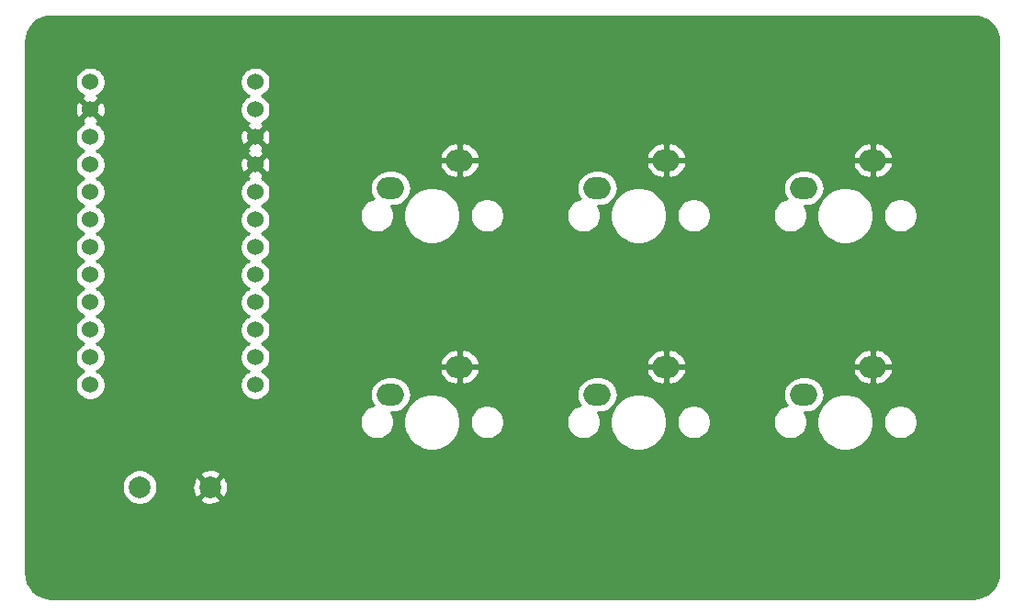
<source format=gbl>
G04 #@! TF.GenerationSoftware,KiCad,Pcbnew,(5.1.10)-1*
G04 #@! TF.CreationDate,2021-05-18T23:44:27-07:00*
G04 #@! TF.ProjectId,mkbd-guide,6d6b6264-2d67-4756-9964-652e6b696361,rev?*
G04 #@! TF.SameCoordinates,Original*
G04 #@! TF.FileFunction,Copper,L2,Bot*
G04 #@! TF.FilePolarity,Positive*
%FSLAX46Y46*%
G04 Gerber Fmt 4.6, Leading zero omitted, Abs format (unit mm)*
G04 Created by KiCad (PCBNEW (5.1.10)-1) date 2021-05-18 23:44:27*
%MOMM*%
%LPD*%
G01*
G04 APERTURE LIST*
G04 #@! TA.AperFunction,ComponentPad*
%ADD10O,2.500000X2.000000*%
G04 #@! TD*
G04 #@! TA.AperFunction,ComponentPad*
%ADD11C,1.524000*%
G04 #@! TD*
G04 #@! TA.AperFunction,ComponentPad*
%ADD12C,2.000000*%
G04 #@! TD*
G04 #@! TA.AperFunction,Conductor*
%ADD13C,0.254000*%
G04 #@! TD*
G04 #@! TA.AperFunction,Conductor*
%ADD14C,0.100000*%
G04 #@! TD*
G04 APERTURE END LIST*
D10*
X185896250Y-87788750D03*
X179546250Y-90328750D03*
X160496250Y-90328750D03*
X166846250Y-87788750D03*
X166846250Y-106838750D03*
X160496250Y-109378750D03*
X179546250Y-109378750D03*
X185896250Y-106838750D03*
X198596250Y-90328750D03*
X204946250Y-87788750D03*
X204946250Y-106838750D03*
X198596250Y-109378750D03*
D11*
X148017650Y-80540750D03*
X148017650Y-83080750D03*
X148017650Y-85620750D03*
X148017650Y-88160750D03*
X148017650Y-90700750D03*
X148017650Y-93240750D03*
X148017650Y-95780750D03*
X148017650Y-98320750D03*
X148017650Y-100860750D03*
X148017650Y-103400750D03*
X148017650Y-105940750D03*
X148017650Y-108480750D03*
X132797650Y-108480750D03*
X132797650Y-105940750D03*
X132797650Y-103400750D03*
X132797650Y-100860750D03*
X132797650Y-98320750D03*
X132797650Y-95780750D03*
X132797650Y-93240750D03*
X132797650Y-90700750D03*
X132797650Y-88160750D03*
X132797650Y-85620750D03*
X132797650Y-83080750D03*
X132797650Y-80540750D03*
D12*
X143856250Y-117918750D03*
X137356250Y-117918750D03*
D13*
X214660143Y-74526420D02*
X215096748Y-74658239D01*
X215499435Y-74872350D01*
X215852862Y-75160598D01*
X216143577Y-75512011D01*
X216360492Y-75913189D01*
X216495356Y-76348863D01*
X216546250Y-76833094D01*
X216546251Y-125786461D01*
X216498580Y-126272644D01*
X216366762Y-126709247D01*
X216152649Y-127111936D01*
X215864400Y-127465363D01*
X215512989Y-127756077D01*
X215111814Y-127972990D01*
X214676136Y-128107856D01*
X214191914Y-128158750D01*
X129238529Y-128158750D01*
X128752356Y-128111080D01*
X128315753Y-127979262D01*
X127913064Y-127765149D01*
X127559637Y-127476900D01*
X127268923Y-127125489D01*
X127052010Y-126724314D01*
X126917144Y-126288636D01*
X126866250Y-125804414D01*
X126866250Y-117757717D01*
X135721250Y-117757717D01*
X135721250Y-118079783D01*
X135784082Y-118395662D01*
X135907332Y-118693213D01*
X136086263Y-118961002D01*
X136313998Y-119188737D01*
X136581787Y-119367668D01*
X136879338Y-119490918D01*
X137195217Y-119553750D01*
X137517283Y-119553750D01*
X137833162Y-119490918D01*
X138130713Y-119367668D01*
X138398502Y-119188737D01*
X138533076Y-119054163D01*
X142900442Y-119054163D01*
X142996206Y-119318564D01*
X143285821Y-119459454D01*
X143597358Y-119541134D01*
X143918845Y-119560468D01*
X144237925Y-119516711D01*
X144542338Y-119411545D01*
X144716294Y-119318564D01*
X144812058Y-119054163D01*
X143856250Y-118098355D01*
X142900442Y-119054163D01*
X138533076Y-119054163D01*
X138626237Y-118961002D01*
X138805168Y-118693213D01*
X138928418Y-118395662D01*
X138991250Y-118079783D01*
X138991250Y-117981345D01*
X142214532Y-117981345D01*
X142258289Y-118300425D01*
X142363455Y-118604838D01*
X142456436Y-118778794D01*
X142720837Y-118874558D01*
X143676645Y-117918750D01*
X144035855Y-117918750D01*
X144991663Y-118874558D01*
X145256064Y-118778794D01*
X145396954Y-118489179D01*
X145478634Y-118177642D01*
X145497968Y-117856155D01*
X145454211Y-117537075D01*
X145349045Y-117232662D01*
X145256064Y-117058706D01*
X144991663Y-116962942D01*
X144035855Y-117918750D01*
X143676645Y-117918750D01*
X142720837Y-116962942D01*
X142456436Y-117058706D01*
X142315546Y-117348321D01*
X142233866Y-117659858D01*
X142214532Y-117981345D01*
X138991250Y-117981345D01*
X138991250Y-117757717D01*
X138928418Y-117441838D01*
X138805168Y-117144287D01*
X138626237Y-116876498D01*
X138533076Y-116783337D01*
X142900442Y-116783337D01*
X143856250Y-117739145D01*
X144812058Y-116783337D01*
X144716294Y-116518936D01*
X144426679Y-116378046D01*
X144115142Y-116296366D01*
X143793655Y-116277032D01*
X143474575Y-116320789D01*
X143170162Y-116425955D01*
X142996206Y-116518936D01*
X142900442Y-116783337D01*
X138533076Y-116783337D01*
X138398502Y-116648763D01*
X138130713Y-116469832D01*
X137833162Y-116346582D01*
X137517283Y-116283750D01*
X137195217Y-116283750D01*
X136879338Y-116346582D01*
X136581787Y-116469832D01*
X136313998Y-116648763D01*
X136086263Y-116876498D01*
X135907332Y-117144287D01*
X135784082Y-117441838D01*
X135721250Y-117757717D01*
X126866250Y-117757717D01*
X126866250Y-111762641D01*
X157641250Y-111762641D01*
X157641250Y-112074859D01*
X157702161Y-112381077D01*
X157821641Y-112669529D01*
X157995100Y-112929129D01*
X158215871Y-113149900D01*
X158475471Y-113323359D01*
X158763923Y-113442839D01*
X159070141Y-113503750D01*
X159382359Y-113503750D01*
X159688577Y-113442839D01*
X159977029Y-113323359D01*
X160236629Y-113149900D01*
X160457400Y-112929129D01*
X160630859Y-112669529D01*
X160750339Y-112381077D01*
X160811250Y-112074859D01*
X160811250Y-111762641D01*
X160790680Y-111659225D01*
X161671250Y-111659225D01*
X161671250Y-112178275D01*
X161772511Y-112687351D01*
X161971143Y-113166891D01*
X162259512Y-113598465D01*
X162626535Y-113965488D01*
X163058109Y-114253857D01*
X163537649Y-114452489D01*
X164046725Y-114553750D01*
X164565775Y-114553750D01*
X165074851Y-114452489D01*
X165554391Y-114253857D01*
X165985965Y-113965488D01*
X166352988Y-113598465D01*
X166641357Y-113166891D01*
X166839989Y-112687351D01*
X166941250Y-112178275D01*
X166941250Y-111762641D01*
X167801250Y-111762641D01*
X167801250Y-112074859D01*
X167862161Y-112381077D01*
X167981641Y-112669529D01*
X168155100Y-112929129D01*
X168375871Y-113149900D01*
X168635471Y-113323359D01*
X168923923Y-113442839D01*
X169230141Y-113503750D01*
X169542359Y-113503750D01*
X169848577Y-113442839D01*
X170137029Y-113323359D01*
X170396629Y-113149900D01*
X170617400Y-112929129D01*
X170790859Y-112669529D01*
X170910339Y-112381077D01*
X170971250Y-112074859D01*
X170971250Y-111762641D01*
X176691250Y-111762641D01*
X176691250Y-112074859D01*
X176752161Y-112381077D01*
X176871641Y-112669529D01*
X177045100Y-112929129D01*
X177265871Y-113149900D01*
X177525471Y-113323359D01*
X177813923Y-113442839D01*
X178120141Y-113503750D01*
X178432359Y-113503750D01*
X178738577Y-113442839D01*
X179027029Y-113323359D01*
X179286629Y-113149900D01*
X179507400Y-112929129D01*
X179680859Y-112669529D01*
X179800339Y-112381077D01*
X179861250Y-112074859D01*
X179861250Y-111762641D01*
X179840680Y-111659225D01*
X180721250Y-111659225D01*
X180721250Y-112178275D01*
X180822511Y-112687351D01*
X181021143Y-113166891D01*
X181309512Y-113598465D01*
X181676535Y-113965488D01*
X182108109Y-114253857D01*
X182587649Y-114452489D01*
X183096725Y-114553750D01*
X183615775Y-114553750D01*
X184124851Y-114452489D01*
X184604391Y-114253857D01*
X185035965Y-113965488D01*
X185402988Y-113598465D01*
X185691357Y-113166891D01*
X185889989Y-112687351D01*
X185991250Y-112178275D01*
X185991250Y-111762641D01*
X186851250Y-111762641D01*
X186851250Y-112074859D01*
X186912161Y-112381077D01*
X187031641Y-112669529D01*
X187205100Y-112929129D01*
X187425871Y-113149900D01*
X187685471Y-113323359D01*
X187973923Y-113442839D01*
X188280141Y-113503750D01*
X188592359Y-113503750D01*
X188898577Y-113442839D01*
X189187029Y-113323359D01*
X189446629Y-113149900D01*
X189667400Y-112929129D01*
X189840859Y-112669529D01*
X189960339Y-112381077D01*
X190021250Y-112074859D01*
X190021250Y-111762641D01*
X195741250Y-111762641D01*
X195741250Y-112074859D01*
X195802161Y-112381077D01*
X195921641Y-112669529D01*
X196095100Y-112929129D01*
X196315871Y-113149900D01*
X196575471Y-113323359D01*
X196863923Y-113442839D01*
X197170141Y-113503750D01*
X197482359Y-113503750D01*
X197788577Y-113442839D01*
X198077029Y-113323359D01*
X198336629Y-113149900D01*
X198557400Y-112929129D01*
X198730859Y-112669529D01*
X198850339Y-112381077D01*
X198911250Y-112074859D01*
X198911250Y-111762641D01*
X198890680Y-111659225D01*
X199771250Y-111659225D01*
X199771250Y-112178275D01*
X199872511Y-112687351D01*
X200071143Y-113166891D01*
X200359512Y-113598465D01*
X200726535Y-113965488D01*
X201158109Y-114253857D01*
X201637649Y-114452489D01*
X202146725Y-114553750D01*
X202665775Y-114553750D01*
X203174851Y-114452489D01*
X203654391Y-114253857D01*
X204085965Y-113965488D01*
X204452988Y-113598465D01*
X204741357Y-113166891D01*
X204939989Y-112687351D01*
X205041250Y-112178275D01*
X205041250Y-111762641D01*
X205901250Y-111762641D01*
X205901250Y-112074859D01*
X205962161Y-112381077D01*
X206081641Y-112669529D01*
X206255100Y-112929129D01*
X206475871Y-113149900D01*
X206735471Y-113323359D01*
X207023923Y-113442839D01*
X207330141Y-113503750D01*
X207642359Y-113503750D01*
X207948577Y-113442839D01*
X208237029Y-113323359D01*
X208496629Y-113149900D01*
X208717400Y-112929129D01*
X208890859Y-112669529D01*
X209010339Y-112381077D01*
X209071250Y-112074859D01*
X209071250Y-111762641D01*
X209010339Y-111456423D01*
X208890859Y-111167971D01*
X208717400Y-110908371D01*
X208496629Y-110687600D01*
X208237029Y-110514141D01*
X207948577Y-110394661D01*
X207642359Y-110333750D01*
X207330141Y-110333750D01*
X207023923Y-110394661D01*
X206735471Y-110514141D01*
X206475871Y-110687600D01*
X206255100Y-110908371D01*
X206081641Y-111167971D01*
X205962161Y-111456423D01*
X205901250Y-111762641D01*
X205041250Y-111762641D01*
X205041250Y-111659225D01*
X204939989Y-111150149D01*
X204741357Y-110670609D01*
X204452988Y-110239035D01*
X204085965Y-109872012D01*
X203654391Y-109583643D01*
X203174851Y-109385011D01*
X202665775Y-109283750D01*
X202146725Y-109283750D01*
X201637649Y-109385011D01*
X201158109Y-109583643D01*
X200726535Y-109872012D01*
X200359512Y-110239035D01*
X200071143Y-110670609D01*
X199872511Y-111150149D01*
X199771250Y-111659225D01*
X198890680Y-111659225D01*
X198850339Y-111456423D01*
X198730859Y-111167971D01*
X198627812Y-111013750D01*
X198926572Y-111013750D01*
X199166766Y-110990093D01*
X199474965Y-110896602D01*
X199759002Y-110744781D01*
X200007964Y-110540464D01*
X200212281Y-110291502D01*
X200364102Y-110007465D01*
X200457593Y-109699266D01*
X200489161Y-109378750D01*
X200457593Y-109058234D01*
X200364102Y-108750035D01*
X200212281Y-108465998D01*
X200007964Y-108217036D01*
X199759002Y-108012719D01*
X199474965Y-107860898D01*
X199166766Y-107767407D01*
X198926572Y-107743750D01*
X198265928Y-107743750D01*
X198025734Y-107767407D01*
X197717535Y-107860898D01*
X197433498Y-108012719D01*
X197184536Y-108217036D01*
X196980219Y-108465998D01*
X196828398Y-108750035D01*
X196734907Y-109058234D01*
X196703339Y-109378750D01*
X196734907Y-109699266D01*
X196828398Y-110007465D01*
X196980219Y-110291502D01*
X197036678Y-110360298D01*
X196863923Y-110394661D01*
X196575471Y-110514141D01*
X196315871Y-110687600D01*
X196095100Y-110908371D01*
X195921641Y-111167971D01*
X195802161Y-111456423D01*
X195741250Y-111762641D01*
X190021250Y-111762641D01*
X189960339Y-111456423D01*
X189840859Y-111167971D01*
X189667400Y-110908371D01*
X189446629Y-110687600D01*
X189187029Y-110514141D01*
X188898577Y-110394661D01*
X188592359Y-110333750D01*
X188280141Y-110333750D01*
X187973923Y-110394661D01*
X187685471Y-110514141D01*
X187425871Y-110687600D01*
X187205100Y-110908371D01*
X187031641Y-111167971D01*
X186912161Y-111456423D01*
X186851250Y-111762641D01*
X185991250Y-111762641D01*
X185991250Y-111659225D01*
X185889989Y-111150149D01*
X185691357Y-110670609D01*
X185402988Y-110239035D01*
X185035965Y-109872012D01*
X184604391Y-109583643D01*
X184124851Y-109385011D01*
X183615775Y-109283750D01*
X183096725Y-109283750D01*
X182587649Y-109385011D01*
X182108109Y-109583643D01*
X181676535Y-109872012D01*
X181309512Y-110239035D01*
X181021143Y-110670609D01*
X180822511Y-111150149D01*
X180721250Y-111659225D01*
X179840680Y-111659225D01*
X179800339Y-111456423D01*
X179680859Y-111167971D01*
X179577812Y-111013750D01*
X179876572Y-111013750D01*
X180116766Y-110990093D01*
X180424965Y-110896602D01*
X180709002Y-110744781D01*
X180957964Y-110540464D01*
X181162281Y-110291502D01*
X181314102Y-110007465D01*
X181407593Y-109699266D01*
X181439161Y-109378750D01*
X181407593Y-109058234D01*
X181314102Y-108750035D01*
X181162281Y-108465998D01*
X180957964Y-108217036D01*
X180709002Y-108012719D01*
X180424965Y-107860898D01*
X180116766Y-107767407D01*
X179876572Y-107743750D01*
X179215928Y-107743750D01*
X178975734Y-107767407D01*
X178667535Y-107860898D01*
X178383498Y-108012719D01*
X178134536Y-108217036D01*
X177930219Y-108465998D01*
X177778398Y-108750035D01*
X177684907Y-109058234D01*
X177653339Y-109378750D01*
X177684907Y-109699266D01*
X177778398Y-110007465D01*
X177930219Y-110291502D01*
X177986678Y-110360298D01*
X177813923Y-110394661D01*
X177525471Y-110514141D01*
X177265871Y-110687600D01*
X177045100Y-110908371D01*
X176871641Y-111167971D01*
X176752161Y-111456423D01*
X176691250Y-111762641D01*
X170971250Y-111762641D01*
X170910339Y-111456423D01*
X170790859Y-111167971D01*
X170617400Y-110908371D01*
X170396629Y-110687600D01*
X170137029Y-110514141D01*
X169848577Y-110394661D01*
X169542359Y-110333750D01*
X169230141Y-110333750D01*
X168923923Y-110394661D01*
X168635471Y-110514141D01*
X168375871Y-110687600D01*
X168155100Y-110908371D01*
X167981641Y-111167971D01*
X167862161Y-111456423D01*
X167801250Y-111762641D01*
X166941250Y-111762641D01*
X166941250Y-111659225D01*
X166839989Y-111150149D01*
X166641357Y-110670609D01*
X166352988Y-110239035D01*
X165985965Y-109872012D01*
X165554391Y-109583643D01*
X165074851Y-109385011D01*
X164565775Y-109283750D01*
X164046725Y-109283750D01*
X163537649Y-109385011D01*
X163058109Y-109583643D01*
X162626535Y-109872012D01*
X162259512Y-110239035D01*
X161971143Y-110670609D01*
X161772511Y-111150149D01*
X161671250Y-111659225D01*
X160790680Y-111659225D01*
X160750339Y-111456423D01*
X160630859Y-111167971D01*
X160527812Y-111013750D01*
X160826572Y-111013750D01*
X161066766Y-110990093D01*
X161374965Y-110896602D01*
X161659002Y-110744781D01*
X161907964Y-110540464D01*
X162112281Y-110291502D01*
X162264102Y-110007465D01*
X162357593Y-109699266D01*
X162389161Y-109378750D01*
X162357593Y-109058234D01*
X162264102Y-108750035D01*
X162112281Y-108465998D01*
X161907964Y-108217036D01*
X161659002Y-108012719D01*
X161374965Y-107860898D01*
X161066766Y-107767407D01*
X160826572Y-107743750D01*
X160165928Y-107743750D01*
X159925734Y-107767407D01*
X159617535Y-107860898D01*
X159333498Y-108012719D01*
X159084536Y-108217036D01*
X158880219Y-108465998D01*
X158728398Y-108750035D01*
X158634907Y-109058234D01*
X158603339Y-109378750D01*
X158634907Y-109699266D01*
X158728398Y-110007465D01*
X158880219Y-110291502D01*
X158936678Y-110360298D01*
X158763923Y-110394661D01*
X158475471Y-110514141D01*
X158215871Y-110687600D01*
X157995100Y-110908371D01*
X157821641Y-111167971D01*
X157702161Y-111456423D01*
X157641250Y-111762641D01*
X126866250Y-111762641D01*
X126866250Y-85483158D01*
X131400650Y-85483158D01*
X131400650Y-85758342D01*
X131454336Y-86028240D01*
X131559645Y-86282477D01*
X131712530Y-86511285D01*
X131907115Y-86705870D01*
X132135923Y-86858755D01*
X132213165Y-86890750D01*
X132135923Y-86922745D01*
X131907115Y-87075630D01*
X131712530Y-87270215D01*
X131559645Y-87499023D01*
X131454336Y-87753260D01*
X131400650Y-88023158D01*
X131400650Y-88298342D01*
X131454336Y-88568240D01*
X131559645Y-88822477D01*
X131712530Y-89051285D01*
X131907115Y-89245870D01*
X132135923Y-89398755D01*
X132213165Y-89430750D01*
X132135923Y-89462745D01*
X131907115Y-89615630D01*
X131712530Y-89810215D01*
X131559645Y-90039023D01*
X131454336Y-90293260D01*
X131400650Y-90563158D01*
X131400650Y-90838342D01*
X131454336Y-91108240D01*
X131559645Y-91362477D01*
X131712530Y-91591285D01*
X131907115Y-91785870D01*
X132135923Y-91938755D01*
X132213165Y-91970750D01*
X132135923Y-92002745D01*
X131907115Y-92155630D01*
X131712530Y-92350215D01*
X131559645Y-92579023D01*
X131454336Y-92833260D01*
X131400650Y-93103158D01*
X131400650Y-93378342D01*
X131454336Y-93648240D01*
X131559645Y-93902477D01*
X131712530Y-94131285D01*
X131907115Y-94325870D01*
X132135923Y-94478755D01*
X132213165Y-94510750D01*
X132135923Y-94542745D01*
X131907115Y-94695630D01*
X131712530Y-94890215D01*
X131559645Y-95119023D01*
X131454336Y-95373260D01*
X131400650Y-95643158D01*
X131400650Y-95918342D01*
X131454336Y-96188240D01*
X131559645Y-96442477D01*
X131712530Y-96671285D01*
X131907115Y-96865870D01*
X132135923Y-97018755D01*
X132213165Y-97050750D01*
X132135923Y-97082745D01*
X131907115Y-97235630D01*
X131712530Y-97430215D01*
X131559645Y-97659023D01*
X131454336Y-97913260D01*
X131400650Y-98183158D01*
X131400650Y-98458342D01*
X131454336Y-98728240D01*
X131559645Y-98982477D01*
X131712530Y-99211285D01*
X131907115Y-99405870D01*
X132135923Y-99558755D01*
X132213165Y-99590750D01*
X132135923Y-99622745D01*
X131907115Y-99775630D01*
X131712530Y-99970215D01*
X131559645Y-100199023D01*
X131454336Y-100453260D01*
X131400650Y-100723158D01*
X131400650Y-100998342D01*
X131454336Y-101268240D01*
X131559645Y-101522477D01*
X131712530Y-101751285D01*
X131907115Y-101945870D01*
X132135923Y-102098755D01*
X132213165Y-102130750D01*
X132135923Y-102162745D01*
X131907115Y-102315630D01*
X131712530Y-102510215D01*
X131559645Y-102739023D01*
X131454336Y-102993260D01*
X131400650Y-103263158D01*
X131400650Y-103538342D01*
X131454336Y-103808240D01*
X131559645Y-104062477D01*
X131712530Y-104291285D01*
X131907115Y-104485870D01*
X132135923Y-104638755D01*
X132213165Y-104670750D01*
X132135923Y-104702745D01*
X131907115Y-104855630D01*
X131712530Y-105050215D01*
X131559645Y-105279023D01*
X131454336Y-105533260D01*
X131400650Y-105803158D01*
X131400650Y-106078342D01*
X131454336Y-106348240D01*
X131559645Y-106602477D01*
X131712530Y-106831285D01*
X131907115Y-107025870D01*
X132135923Y-107178755D01*
X132213165Y-107210750D01*
X132135923Y-107242745D01*
X131907115Y-107395630D01*
X131712530Y-107590215D01*
X131559645Y-107819023D01*
X131454336Y-108073260D01*
X131400650Y-108343158D01*
X131400650Y-108618342D01*
X131454336Y-108888240D01*
X131559645Y-109142477D01*
X131712530Y-109371285D01*
X131907115Y-109565870D01*
X132135923Y-109718755D01*
X132390160Y-109824064D01*
X132660058Y-109877750D01*
X132935242Y-109877750D01*
X133205140Y-109824064D01*
X133459377Y-109718755D01*
X133688185Y-109565870D01*
X133882770Y-109371285D01*
X134035655Y-109142477D01*
X134140964Y-108888240D01*
X134194650Y-108618342D01*
X134194650Y-108343158D01*
X134140964Y-108073260D01*
X134035655Y-107819023D01*
X133882770Y-107590215D01*
X133688185Y-107395630D01*
X133459377Y-107242745D01*
X133382135Y-107210750D01*
X133459377Y-107178755D01*
X133688185Y-107025870D01*
X133882770Y-106831285D01*
X134035655Y-106602477D01*
X134140964Y-106348240D01*
X134194650Y-106078342D01*
X134194650Y-105803158D01*
X134140964Y-105533260D01*
X134035655Y-105279023D01*
X133882770Y-105050215D01*
X133688185Y-104855630D01*
X133459377Y-104702745D01*
X133382135Y-104670750D01*
X133459377Y-104638755D01*
X133688185Y-104485870D01*
X133882770Y-104291285D01*
X134035655Y-104062477D01*
X134140964Y-103808240D01*
X134194650Y-103538342D01*
X134194650Y-103263158D01*
X134140964Y-102993260D01*
X134035655Y-102739023D01*
X133882770Y-102510215D01*
X133688185Y-102315630D01*
X133459377Y-102162745D01*
X133382135Y-102130750D01*
X133459377Y-102098755D01*
X133688185Y-101945870D01*
X133882770Y-101751285D01*
X134035655Y-101522477D01*
X134140964Y-101268240D01*
X134194650Y-100998342D01*
X134194650Y-100723158D01*
X134140964Y-100453260D01*
X134035655Y-100199023D01*
X133882770Y-99970215D01*
X133688185Y-99775630D01*
X133459377Y-99622745D01*
X133382135Y-99590750D01*
X133459377Y-99558755D01*
X133688185Y-99405870D01*
X133882770Y-99211285D01*
X134035655Y-98982477D01*
X134140964Y-98728240D01*
X134194650Y-98458342D01*
X134194650Y-98183158D01*
X134140964Y-97913260D01*
X134035655Y-97659023D01*
X133882770Y-97430215D01*
X133688185Y-97235630D01*
X133459377Y-97082745D01*
X133382135Y-97050750D01*
X133459377Y-97018755D01*
X133688185Y-96865870D01*
X133882770Y-96671285D01*
X134035655Y-96442477D01*
X134140964Y-96188240D01*
X134194650Y-95918342D01*
X134194650Y-95643158D01*
X134140964Y-95373260D01*
X134035655Y-95119023D01*
X133882770Y-94890215D01*
X133688185Y-94695630D01*
X133459377Y-94542745D01*
X133382135Y-94510750D01*
X133459377Y-94478755D01*
X133688185Y-94325870D01*
X133882770Y-94131285D01*
X134035655Y-93902477D01*
X134140964Y-93648240D01*
X134194650Y-93378342D01*
X134194650Y-93103158D01*
X134140964Y-92833260D01*
X134035655Y-92579023D01*
X133882770Y-92350215D01*
X133688185Y-92155630D01*
X133459377Y-92002745D01*
X133382135Y-91970750D01*
X133459377Y-91938755D01*
X133688185Y-91785870D01*
X133882770Y-91591285D01*
X134035655Y-91362477D01*
X134140964Y-91108240D01*
X134194650Y-90838342D01*
X134194650Y-90563158D01*
X146620650Y-90563158D01*
X146620650Y-90838342D01*
X146674336Y-91108240D01*
X146779645Y-91362477D01*
X146932530Y-91591285D01*
X147127115Y-91785870D01*
X147355923Y-91938755D01*
X147433165Y-91970750D01*
X147355923Y-92002745D01*
X147127115Y-92155630D01*
X146932530Y-92350215D01*
X146779645Y-92579023D01*
X146674336Y-92833260D01*
X146620650Y-93103158D01*
X146620650Y-93378342D01*
X146674336Y-93648240D01*
X146779645Y-93902477D01*
X146932530Y-94131285D01*
X147127115Y-94325870D01*
X147355923Y-94478755D01*
X147433165Y-94510750D01*
X147355923Y-94542745D01*
X147127115Y-94695630D01*
X146932530Y-94890215D01*
X146779645Y-95119023D01*
X146674336Y-95373260D01*
X146620650Y-95643158D01*
X146620650Y-95918342D01*
X146674336Y-96188240D01*
X146779645Y-96442477D01*
X146932530Y-96671285D01*
X147127115Y-96865870D01*
X147355923Y-97018755D01*
X147433165Y-97050750D01*
X147355923Y-97082745D01*
X147127115Y-97235630D01*
X146932530Y-97430215D01*
X146779645Y-97659023D01*
X146674336Y-97913260D01*
X146620650Y-98183158D01*
X146620650Y-98458342D01*
X146674336Y-98728240D01*
X146779645Y-98982477D01*
X146932530Y-99211285D01*
X147127115Y-99405870D01*
X147355923Y-99558755D01*
X147433165Y-99590750D01*
X147355923Y-99622745D01*
X147127115Y-99775630D01*
X146932530Y-99970215D01*
X146779645Y-100199023D01*
X146674336Y-100453260D01*
X146620650Y-100723158D01*
X146620650Y-100998342D01*
X146674336Y-101268240D01*
X146779645Y-101522477D01*
X146932530Y-101751285D01*
X147127115Y-101945870D01*
X147355923Y-102098755D01*
X147433165Y-102130750D01*
X147355923Y-102162745D01*
X147127115Y-102315630D01*
X146932530Y-102510215D01*
X146779645Y-102739023D01*
X146674336Y-102993260D01*
X146620650Y-103263158D01*
X146620650Y-103538342D01*
X146674336Y-103808240D01*
X146779645Y-104062477D01*
X146932530Y-104291285D01*
X147127115Y-104485870D01*
X147355923Y-104638755D01*
X147433165Y-104670750D01*
X147355923Y-104702745D01*
X147127115Y-104855630D01*
X146932530Y-105050215D01*
X146779645Y-105279023D01*
X146674336Y-105533260D01*
X146620650Y-105803158D01*
X146620650Y-106078342D01*
X146674336Y-106348240D01*
X146779645Y-106602477D01*
X146932530Y-106831285D01*
X147127115Y-107025870D01*
X147355923Y-107178755D01*
X147433165Y-107210750D01*
X147355923Y-107242745D01*
X147127115Y-107395630D01*
X146932530Y-107590215D01*
X146779645Y-107819023D01*
X146674336Y-108073260D01*
X146620650Y-108343158D01*
X146620650Y-108618342D01*
X146674336Y-108888240D01*
X146779645Y-109142477D01*
X146932530Y-109371285D01*
X147127115Y-109565870D01*
X147355923Y-109718755D01*
X147610160Y-109824064D01*
X147880058Y-109877750D01*
X148155242Y-109877750D01*
X148425140Y-109824064D01*
X148679377Y-109718755D01*
X148908185Y-109565870D01*
X149102770Y-109371285D01*
X149255655Y-109142477D01*
X149360964Y-108888240D01*
X149414650Y-108618342D01*
X149414650Y-108343158D01*
X149360964Y-108073260D01*
X149255655Y-107819023D01*
X149102770Y-107590215D01*
X148908185Y-107395630D01*
X148679377Y-107242745D01*
X148622497Y-107219184D01*
X165006126Y-107219184D01*
X165030506Y-107341148D01*
X165158604Y-107636956D01*
X165341950Y-107902090D01*
X165573498Y-108126360D01*
X165844350Y-108301148D01*
X166144097Y-108419737D01*
X166461220Y-108477569D01*
X166719250Y-108319766D01*
X166719250Y-106965750D01*
X166973250Y-106965750D01*
X166973250Y-108319766D01*
X167231280Y-108477569D01*
X167548403Y-108419737D01*
X167848150Y-108301148D01*
X168119002Y-108126360D01*
X168350550Y-107902090D01*
X168533896Y-107636956D01*
X168661994Y-107341148D01*
X168686374Y-107219184D01*
X184056126Y-107219184D01*
X184080506Y-107341148D01*
X184208604Y-107636956D01*
X184391950Y-107902090D01*
X184623498Y-108126360D01*
X184894350Y-108301148D01*
X185194097Y-108419737D01*
X185511220Y-108477569D01*
X185769250Y-108319766D01*
X185769250Y-106965750D01*
X186023250Y-106965750D01*
X186023250Y-108319766D01*
X186281280Y-108477569D01*
X186598403Y-108419737D01*
X186898150Y-108301148D01*
X187169002Y-108126360D01*
X187400550Y-107902090D01*
X187583896Y-107636956D01*
X187711994Y-107341148D01*
X187736374Y-107219184D01*
X203106126Y-107219184D01*
X203130506Y-107341148D01*
X203258604Y-107636956D01*
X203441950Y-107902090D01*
X203673498Y-108126360D01*
X203944350Y-108301148D01*
X204244097Y-108419737D01*
X204561220Y-108477569D01*
X204819250Y-108319766D01*
X204819250Y-106965750D01*
X205073250Y-106965750D01*
X205073250Y-108319766D01*
X205331280Y-108477569D01*
X205648403Y-108419737D01*
X205948150Y-108301148D01*
X206219002Y-108126360D01*
X206450550Y-107902090D01*
X206633896Y-107636956D01*
X206761994Y-107341148D01*
X206786374Y-107219184D01*
X206667027Y-106965750D01*
X205073250Y-106965750D01*
X204819250Y-106965750D01*
X203225473Y-106965750D01*
X203106126Y-107219184D01*
X187736374Y-107219184D01*
X187617027Y-106965750D01*
X186023250Y-106965750D01*
X185769250Y-106965750D01*
X184175473Y-106965750D01*
X184056126Y-107219184D01*
X168686374Y-107219184D01*
X168567027Y-106965750D01*
X166973250Y-106965750D01*
X166719250Y-106965750D01*
X165125473Y-106965750D01*
X165006126Y-107219184D01*
X148622497Y-107219184D01*
X148602135Y-107210750D01*
X148679377Y-107178755D01*
X148908185Y-107025870D01*
X149102770Y-106831285D01*
X149255655Y-106602477D01*
X149315368Y-106458316D01*
X165006126Y-106458316D01*
X165125473Y-106711750D01*
X166719250Y-106711750D01*
X166719250Y-105357734D01*
X166973250Y-105357734D01*
X166973250Y-106711750D01*
X168567027Y-106711750D01*
X168686374Y-106458316D01*
X184056126Y-106458316D01*
X184175473Y-106711750D01*
X185769250Y-106711750D01*
X185769250Y-105357734D01*
X186023250Y-105357734D01*
X186023250Y-106711750D01*
X187617027Y-106711750D01*
X187736374Y-106458316D01*
X203106126Y-106458316D01*
X203225473Y-106711750D01*
X204819250Y-106711750D01*
X204819250Y-105357734D01*
X205073250Y-105357734D01*
X205073250Y-106711750D01*
X206667027Y-106711750D01*
X206786374Y-106458316D01*
X206761994Y-106336352D01*
X206633896Y-106040544D01*
X206450550Y-105775410D01*
X206219002Y-105551140D01*
X205948150Y-105376352D01*
X205648403Y-105257763D01*
X205331280Y-105199931D01*
X205073250Y-105357734D01*
X204819250Y-105357734D01*
X204561220Y-105199931D01*
X204244097Y-105257763D01*
X203944350Y-105376352D01*
X203673498Y-105551140D01*
X203441950Y-105775410D01*
X203258604Y-106040544D01*
X203130506Y-106336352D01*
X203106126Y-106458316D01*
X187736374Y-106458316D01*
X187711994Y-106336352D01*
X187583896Y-106040544D01*
X187400550Y-105775410D01*
X187169002Y-105551140D01*
X186898150Y-105376352D01*
X186598403Y-105257763D01*
X186281280Y-105199931D01*
X186023250Y-105357734D01*
X185769250Y-105357734D01*
X185511220Y-105199931D01*
X185194097Y-105257763D01*
X184894350Y-105376352D01*
X184623498Y-105551140D01*
X184391950Y-105775410D01*
X184208604Y-106040544D01*
X184080506Y-106336352D01*
X184056126Y-106458316D01*
X168686374Y-106458316D01*
X168661994Y-106336352D01*
X168533896Y-106040544D01*
X168350550Y-105775410D01*
X168119002Y-105551140D01*
X167848150Y-105376352D01*
X167548403Y-105257763D01*
X167231280Y-105199931D01*
X166973250Y-105357734D01*
X166719250Y-105357734D01*
X166461220Y-105199931D01*
X166144097Y-105257763D01*
X165844350Y-105376352D01*
X165573498Y-105551140D01*
X165341950Y-105775410D01*
X165158604Y-106040544D01*
X165030506Y-106336352D01*
X165006126Y-106458316D01*
X149315368Y-106458316D01*
X149360964Y-106348240D01*
X149414650Y-106078342D01*
X149414650Y-105803158D01*
X149360964Y-105533260D01*
X149255655Y-105279023D01*
X149102770Y-105050215D01*
X148908185Y-104855630D01*
X148679377Y-104702745D01*
X148602135Y-104670750D01*
X148679377Y-104638755D01*
X148908185Y-104485870D01*
X149102770Y-104291285D01*
X149255655Y-104062477D01*
X149360964Y-103808240D01*
X149414650Y-103538342D01*
X149414650Y-103263158D01*
X149360964Y-102993260D01*
X149255655Y-102739023D01*
X149102770Y-102510215D01*
X148908185Y-102315630D01*
X148679377Y-102162745D01*
X148602135Y-102130750D01*
X148679377Y-102098755D01*
X148908185Y-101945870D01*
X149102770Y-101751285D01*
X149255655Y-101522477D01*
X149360964Y-101268240D01*
X149414650Y-100998342D01*
X149414650Y-100723158D01*
X149360964Y-100453260D01*
X149255655Y-100199023D01*
X149102770Y-99970215D01*
X148908185Y-99775630D01*
X148679377Y-99622745D01*
X148602135Y-99590750D01*
X148679377Y-99558755D01*
X148908185Y-99405870D01*
X149102770Y-99211285D01*
X149255655Y-98982477D01*
X149360964Y-98728240D01*
X149414650Y-98458342D01*
X149414650Y-98183158D01*
X149360964Y-97913260D01*
X149255655Y-97659023D01*
X149102770Y-97430215D01*
X148908185Y-97235630D01*
X148679377Y-97082745D01*
X148602135Y-97050750D01*
X148679377Y-97018755D01*
X148908185Y-96865870D01*
X149102770Y-96671285D01*
X149255655Y-96442477D01*
X149360964Y-96188240D01*
X149414650Y-95918342D01*
X149414650Y-95643158D01*
X149360964Y-95373260D01*
X149255655Y-95119023D01*
X149102770Y-94890215D01*
X148908185Y-94695630D01*
X148679377Y-94542745D01*
X148602135Y-94510750D01*
X148679377Y-94478755D01*
X148908185Y-94325870D01*
X149102770Y-94131285D01*
X149255655Y-93902477D01*
X149360964Y-93648240D01*
X149414650Y-93378342D01*
X149414650Y-93103158D01*
X149360964Y-92833260D01*
X149311002Y-92712641D01*
X157641250Y-92712641D01*
X157641250Y-93024859D01*
X157702161Y-93331077D01*
X157821641Y-93619529D01*
X157995100Y-93879129D01*
X158215871Y-94099900D01*
X158475471Y-94273359D01*
X158763923Y-94392839D01*
X159070141Y-94453750D01*
X159382359Y-94453750D01*
X159688577Y-94392839D01*
X159977029Y-94273359D01*
X160236629Y-94099900D01*
X160457400Y-93879129D01*
X160630859Y-93619529D01*
X160750339Y-93331077D01*
X160811250Y-93024859D01*
X160811250Y-92712641D01*
X160790680Y-92609225D01*
X161671250Y-92609225D01*
X161671250Y-93128275D01*
X161772511Y-93637351D01*
X161971143Y-94116891D01*
X162259512Y-94548465D01*
X162626535Y-94915488D01*
X163058109Y-95203857D01*
X163537649Y-95402489D01*
X164046725Y-95503750D01*
X164565775Y-95503750D01*
X165074851Y-95402489D01*
X165554391Y-95203857D01*
X165985965Y-94915488D01*
X166352988Y-94548465D01*
X166641357Y-94116891D01*
X166839989Y-93637351D01*
X166941250Y-93128275D01*
X166941250Y-92712641D01*
X167801250Y-92712641D01*
X167801250Y-93024859D01*
X167862161Y-93331077D01*
X167981641Y-93619529D01*
X168155100Y-93879129D01*
X168375871Y-94099900D01*
X168635471Y-94273359D01*
X168923923Y-94392839D01*
X169230141Y-94453750D01*
X169542359Y-94453750D01*
X169848577Y-94392839D01*
X170137029Y-94273359D01*
X170396629Y-94099900D01*
X170617400Y-93879129D01*
X170790859Y-93619529D01*
X170910339Y-93331077D01*
X170971250Y-93024859D01*
X170971250Y-92712641D01*
X176691250Y-92712641D01*
X176691250Y-93024859D01*
X176752161Y-93331077D01*
X176871641Y-93619529D01*
X177045100Y-93879129D01*
X177265871Y-94099900D01*
X177525471Y-94273359D01*
X177813923Y-94392839D01*
X178120141Y-94453750D01*
X178432359Y-94453750D01*
X178738577Y-94392839D01*
X179027029Y-94273359D01*
X179286629Y-94099900D01*
X179507400Y-93879129D01*
X179680859Y-93619529D01*
X179800339Y-93331077D01*
X179861250Y-93024859D01*
X179861250Y-92712641D01*
X179840680Y-92609225D01*
X180721250Y-92609225D01*
X180721250Y-93128275D01*
X180822511Y-93637351D01*
X181021143Y-94116891D01*
X181309512Y-94548465D01*
X181676535Y-94915488D01*
X182108109Y-95203857D01*
X182587649Y-95402489D01*
X183096725Y-95503750D01*
X183615775Y-95503750D01*
X184124851Y-95402489D01*
X184604391Y-95203857D01*
X185035965Y-94915488D01*
X185402988Y-94548465D01*
X185691357Y-94116891D01*
X185889989Y-93637351D01*
X185991250Y-93128275D01*
X185991250Y-92712641D01*
X186851250Y-92712641D01*
X186851250Y-93024859D01*
X186912161Y-93331077D01*
X187031641Y-93619529D01*
X187205100Y-93879129D01*
X187425871Y-94099900D01*
X187685471Y-94273359D01*
X187973923Y-94392839D01*
X188280141Y-94453750D01*
X188592359Y-94453750D01*
X188898577Y-94392839D01*
X189187029Y-94273359D01*
X189446629Y-94099900D01*
X189667400Y-93879129D01*
X189840859Y-93619529D01*
X189960339Y-93331077D01*
X190021250Y-93024859D01*
X190021250Y-92712641D01*
X195741250Y-92712641D01*
X195741250Y-93024859D01*
X195802161Y-93331077D01*
X195921641Y-93619529D01*
X196095100Y-93879129D01*
X196315871Y-94099900D01*
X196575471Y-94273359D01*
X196863923Y-94392839D01*
X197170141Y-94453750D01*
X197482359Y-94453750D01*
X197788577Y-94392839D01*
X198077029Y-94273359D01*
X198336629Y-94099900D01*
X198557400Y-93879129D01*
X198730859Y-93619529D01*
X198850339Y-93331077D01*
X198911250Y-93024859D01*
X198911250Y-92712641D01*
X198890680Y-92609225D01*
X199771250Y-92609225D01*
X199771250Y-93128275D01*
X199872511Y-93637351D01*
X200071143Y-94116891D01*
X200359512Y-94548465D01*
X200726535Y-94915488D01*
X201158109Y-95203857D01*
X201637649Y-95402489D01*
X202146725Y-95503750D01*
X202665775Y-95503750D01*
X203174851Y-95402489D01*
X203654391Y-95203857D01*
X204085965Y-94915488D01*
X204452988Y-94548465D01*
X204741357Y-94116891D01*
X204939989Y-93637351D01*
X205041250Y-93128275D01*
X205041250Y-92712641D01*
X205901250Y-92712641D01*
X205901250Y-93024859D01*
X205962161Y-93331077D01*
X206081641Y-93619529D01*
X206255100Y-93879129D01*
X206475871Y-94099900D01*
X206735471Y-94273359D01*
X207023923Y-94392839D01*
X207330141Y-94453750D01*
X207642359Y-94453750D01*
X207948577Y-94392839D01*
X208237029Y-94273359D01*
X208496629Y-94099900D01*
X208717400Y-93879129D01*
X208890859Y-93619529D01*
X209010339Y-93331077D01*
X209071250Y-93024859D01*
X209071250Y-92712641D01*
X209010339Y-92406423D01*
X208890859Y-92117971D01*
X208717400Y-91858371D01*
X208496629Y-91637600D01*
X208237029Y-91464141D01*
X207948577Y-91344661D01*
X207642359Y-91283750D01*
X207330141Y-91283750D01*
X207023923Y-91344661D01*
X206735471Y-91464141D01*
X206475871Y-91637600D01*
X206255100Y-91858371D01*
X206081641Y-92117971D01*
X205962161Y-92406423D01*
X205901250Y-92712641D01*
X205041250Y-92712641D01*
X205041250Y-92609225D01*
X204939989Y-92100149D01*
X204741357Y-91620609D01*
X204452988Y-91189035D01*
X204085965Y-90822012D01*
X203654391Y-90533643D01*
X203174851Y-90335011D01*
X202665775Y-90233750D01*
X202146725Y-90233750D01*
X201637649Y-90335011D01*
X201158109Y-90533643D01*
X200726535Y-90822012D01*
X200359512Y-91189035D01*
X200071143Y-91620609D01*
X199872511Y-92100149D01*
X199771250Y-92609225D01*
X198890680Y-92609225D01*
X198850339Y-92406423D01*
X198730859Y-92117971D01*
X198627812Y-91963750D01*
X198926572Y-91963750D01*
X199166766Y-91940093D01*
X199474965Y-91846602D01*
X199759002Y-91694781D01*
X200007964Y-91490464D01*
X200212281Y-91241502D01*
X200364102Y-90957465D01*
X200457593Y-90649266D01*
X200489161Y-90328750D01*
X200457593Y-90008234D01*
X200364102Y-89700035D01*
X200212281Y-89415998D01*
X200007964Y-89167036D01*
X199759002Y-88962719D01*
X199474965Y-88810898D01*
X199166766Y-88717407D01*
X198926572Y-88693750D01*
X198265928Y-88693750D01*
X198025734Y-88717407D01*
X197717535Y-88810898D01*
X197433498Y-88962719D01*
X197184536Y-89167036D01*
X196980219Y-89415998D01*
X196828398Y-89700035D01*
X196734907Y-90008234D01*
X196703339Y-90328750D01*
X196734907Y-90649266D01*
X196828398Y-90957465D01*
X196980219Y-91241502D01*
X197036678Y-91310298D01*
X196863923Y-91344661D01*
X196575471Y-91464141D01*
X196315871Y-91637600D01*
X196095100Y-91858371D01*
X195921641Y-92117971D01*
X195802161Y-92406423D01*
X195741250Y-92712641D01*
X190021250Y-92712641D01*
X189960339Y-92406423D01*
X189840859Y-92117971D01*
X189667400Y-91858371D01*
X189446629Y-91637600D01*
X189187029Y-91464141D01*
X188898577Y-91344661D01*
X188592359Y-91283750D01*
X188280141Y-91283750D01*
X187973923Y-91344661D01*
X187685471Y-91464141D01*
X187425871Y-91637600D01*
X187205100Y-91858371D01*
X187031641Y-92117971D01*
X186912161Y-92406423D01*
X186851250Y-92712641D01*
X185991250Y-92712641D01*
X185991250Y-92609225D01*
X185889989Y-92100149D01*
X185691357Y-91620609D01*
X185402988Y-91189035D01*
X185035965Y-90822012D01*
X184604391Y-90533643D01*
X184124851Y-90335011D01*
X183615775Y-90233750D01*
X183096725Y-90233750D01*
X182587649Y-90335011D01*
X182108109Y-90533643D01*
X181676535Y-90822012D01*
X181309512Y-91189035D01*
X181021143Y-91620609D01*
X180822511Y-92100149D01*
X180721250Y-92609225D01*
X179840680Y-92609225D01*
X179800339Y-92406423D01*
X179680859Y-92117971D01*
X179577812Y-91963750D01*
X179876572Y-91963750D01*
X180116766Y-91940093D01*
X180424965Y-91846602D01*
X180709002Y-91694781D01*
X180957964Y-91490464D01*
X181162281Y-91241502D01*
X181314102Y-90957465D01*
X181407593Y-90649266D01*
X181439161Y-90328750D01*
X181407593Y-90008234D01*
X181314102Y-89700035D01*
X181162281Y-89415998D01*
X180957964Y-89167036D01*
X180709002Y-88962719D01*
X180424965Y-88810898D01*
X180116766Y-88717407D01*
X179876572Y-88693750D01*
X179215928Y-88693750D01*
X178975734Y-88717407D01*
X178667535Y-88810898D01*
X178383498Y-88962719D01*
X178134536Y-89167036D01*
X177930219Y-89415998D01*
X177778398Y-89700035D01*
X177684907Y-90008234D01*
X177653339Y-90328750D01*
X177684907Y-90649266D01*
X177778398Y-90957465D01*
X177930219Y-91241502D01*
X177986678Y-91310298D01*
X177813923Y-91344661D01*
X177525471Y-91464141D01*
X177265871Y-91637600D01*
X177045100Y-91858371D01*
X176871641Y-92117971D01*
X176752161Y-92406423D01*
X176691250Y-92712641D01*
X170971250Y-92712641D01*
X170910339Y-92406423D01*
X170790859Y-92117971D01*
X170617400Y-91858371D01*
X170396629Y-91637600D01*
X170137029Y-91464141D01*
X169848577Y-91344661D01*
X169542359Y-91283750D01*
X169230141Y-91283750D01*
X168923923Y-91344661D01*
X168635471Y-91464141D01*
X168375871Y-91637600D01*
X168155100Y-91858371D01*
X167981641Y-92117971D01*
X167862161Y-92406423D01*
X167801250Y-92712641D01*
X166941250Y-92712641D01*
X166941250Y-92609225D01*
X166839989Y-92100149D01*
X166641357Y-91620609D01*
X166352988Y-91189035D01*
X165985965Y-90822012D01*
X165554391Y-90533643D01*
X165074851Y-90335011D01*
X164565775Y-90233750D01*
X164046725Y-90233750D01*
X163537649Y-90335011D01*
X163058109Y-90533643D01*
X162626535Y-90822012D01*
X162259512Y-91189035D01*
X161971143Y-91620609D01*
X161772511Y-92100149D01*
X161671250Y-92609225D01*
X160790680Y-92609225D01*
X160750339Y-92406423D01*
X160630859Y-92117971D01*
X160527812Y-91963750D01*
X160826572Y-91963750D01*
X161066766Y-91940093D01*
X161374965Y-91846602D01*
X161659002Y-91694781D01*
X161907964Y-91490464D01*
X162112281Y-91241502D01*
X162264102Y-90957465D01*
X162357593Y-90649266D01*
X162389161Y-90328750D01*
X162357593Y-90008234D01*
X162264102Y-89700035D01*
X162112281Y-89415998D01*
X161907964Y-89167036D01*
X161659002Y-88962719D01*
X161374965Y-88810898D01*
X161066766Y-88717407D01*
X160826572Y-88693750D01*
X160165928Y-88693750D01*
X159925734Y-88717407D01*
X159617535Y-88810898D01*
X159333498Y-88962719D01*
X159084536Y-89167036D01*
X158880219Y-89415998D01*
X158728398Y-89700035D01*
X158634907Y-90008234D01*
X158603339Y-90328750D01*
X158634907Y-90649266D01*
X158728398Y-90957465D01*
X158880219Y-91241502D01*
X158936678Y-91310298D01*
X158763923Y-91344661D01*
X158475471Y-91464141D01*
X158215871Y-91637600D01*
X157995100Y-91858371D01*
X157821641Y-92117971D01*
X157702161Y-92406423D01*
X157641250Y-92712641D01*
X149311002Y-92712641D01*
X149255655Y-92579023D01*
X149102770Y-92350215D01*
X148908185Y-92155630D01*
X148679377Y-92002745D01*
X148602135Y-91970750D01*
X148679377Y-91938755D01*
X148908185Y-91785870D01*
X149102770Y-91591285D01*
X149255655Y-91362477D01*
X149360964Y-91108240D01*
X149414650Y-90838342D01*
X149414650Y-90563158D01*
X149360964Y-90293260D01*
X149255655Y-90039023D01*
X149102770Y-89810215D01*
X148908185Y-89615630D01*
X148679377Y-89462745D01*
X148607707Y-89433058D01*
X148620673Y-89428386D01*
X148736630Y-89366406D01*
X148803610Y-89126315D01*
X148017650Y-88340355D01*
X147231690Y-89126315D01*
X147298670Y-89366406D01*
X147434410Y-89430235D01*
X147355923Y-89462745D01*
X147127115Y-89615630D01*
X146932530Y-89810215D01*
X146779645Y-90039023D01*
X146674336Y-90293260D01*
X146620650Y-90563158D01*
X134194650Y-90563158D01*
X134140964Y-90293260D01*
X134035655Y-90039023D01*
X133882770Y-89810215D01*
X133688185Y-89615630D01*
X133459377Y-89462745D01*
X133382135Y-89430750D01*
X133459377Y-89398755D01*
X133688185Y-89245870D01*
X133882770Y-89051285D01*
X134035655Y-88822477D01*
X134140964Y-88568240D01*
X134194650Y-88298342D01*
X134194650Y-88232767D01*
X146615740Y-88232767D01*
X146656728Y-88504883D01*
X146750014Y-88763773D01*
X146811994Y-88879730D01*
X147052085Y-88946710D01*
X147838045Y-88160750D01*
X148197255Y-88160750D01*
X148983215Y-88946710D01*
X149223306Y-88879730D01*
X149340406Y-88630702D01*
X149406673Y-88363615D01*
X149415788Y-88169184D01*
X165006126Y-88169184D01*
X165030506Y-88291148D01*
X165158604Y-88586956D01*
X165341950Y-88852090D01*
X165573498Y-89076360D01*
X165844350Y-89251148D01*
X166144097Y-89369737D01*
X166461220Y-89427569D01*
X166719250Y-89269766D01*
X166719250Y-87915750D01*
X166973250Y-87915750D01*
X166973250Y-89269766D01*
X167231280Y-89427569D01*
X167548403Y-89369737D01*
X167848150Y-89251148D01*
X168119002Y-89076360D01*
X168350550Y-88852090D01*
X168533896Y-88586956D01*
X168661994Y-88291148D01*
X168686374Y-88169184D01*
X184056126Y-88169184D01*
X184080506Y-88291148D01*
X184208604Y-88586956D01*
X184391950Y-88852090D01*
X184623498Y-89076360D01*
X184894350Y-89251148D01*
X185194097Y-89369737D01*
X185511220Y-89427569D01*
X185769250Y-89269766D01*
X185769250Y-87915750D01*
X186023250Y-87915750D01*
X186023250Y-89269766D01*
X186281280Y-89427569D01*
X186598403Y-89369737D01*
X186898150Y-89251148D01*
X187169002Y-89076360D01*
X187400550Y-88852090D01*
X187583896Y-88586956D01*
X187711994Y-88291148D01*
X187736374Y-88169184D01*
X203106126Y-88169184D01*
X203130506Y-88291148D01*
X203258604Y-88586956D01*
X203441950Y-88852090D01*
X203673498Y-89076360D01*
X203944350Y-89251148D01*
X204244097Y-89369737D01*
X204561220Y-89427569D01*
X204819250Y-89269766D01*
X204819250Y-87915750D01*
X205073250Y-87915750D01*
X205073250Y-89269766D01*
X205331280Y-89427569D01*
X205648403Y-89369737D01*
X205948150Y-89251148D01*
X206219002Y-89076360D01*
X206450550Y-88852090D01*
X206633896Y-88586956D01*
X206761994Y-88291148D01*
X206786374Y-88169184D01*
X206667027Y-87915750D01*
X205073250Y-87915750D01*
X204819250Y-87915750D01*
X203225473Y-87915750D01*
X203106126Y-88169184D01*
X187736374Y-88169184D01*
X187617027Y-87915750D01*
X186023250Y-87915750D01*
X185769250Y-87915750D01*
X184175473Y-87915750D01*
X184056126Y-88169184D01*
X168686374Y-88169184D01*
X168567027Y-87915750D01*
X166973250Y-87915750D01*
X166719250Y-87915750D01*
X165125473Y-87915750D01*
X165006126Y-88169184D01*
X149415788Y-88169184D01*
X149419560Y-88088733D01*
X149378572Y-87816617D01*
X149285286Y-87557727D01*
X149223306Y-87441770D01*
X149103390Y-87408316D01*
X165006126Y-87408316D01*
X165125473Y-87661750D01*
X166719250Y-87661750D01*
X166719250Y-86307734D01*
X166973250Y-86307734D01*
X166973250Y-87661750D01*
X168567027Y-87661750D01*
X168686374Y-87408316D01*
X184056126Y-87408316D01*
X184175473Y-87661750D01*
X185769250Y-87661750D01*
X185769250Y-86307734D01*
X186023250Y-86307734D01*
X186023250Y-87661750D01*
X187617027Y-87661750D01*
X187736374Y-87408316D01*
X203106126Y-87408316D01*
X203225473Y-87661750D01*
X204819250Y-87661750D01*
X204819250Y-86307734D01*
X205073250Y-86307734D01*
X205073250Y-87661750D01*
X206667027Y-87661750D01*
X206786374Y-87408316D01*
X206761994Y-87286352D01*
X206633896Y-86990544D01*
X206450550Y-86725410D01*
X206219002Y-86501140D01*
X205948150Y-86326352D01*
X205648403Y-86207763D01*
X205331280Y-86149931D01*
X205073250Y-86307734D01*
X204819250Y-86307734D01*
X204561220Y-86149931D01*
X204244097Y-86207763D01*
X203944350Y-86326352D01*
X203673498Y-86501140D01*
X203441950Y-86725410D01*
X203258604Y-86990544D01*
X203130506Y-87286352D01*
X203106126Y-87408316D01*
X187736374Y-87408316D01*
X187711994Y-87286352D01*
X187583896Y-86990544D01*
X187400550Y-86725410D01*
X187169002Y-86501140D01*
X186898150Y-86326352D01*
X186598403Y-86207763D01*
X186281280Y-86149931D01*
X186023250Y-86307734D01*
X185769250Y-86307734D01*
X185511220Y-86149931D01*
X185194097Y-86207763D01*
X184894350Y-86326352D01*
X184623498Y-86501140D01*
X184391950Y-86725410D01*
X184208604Y-86990544D01*
X184080506Y-87286352D01*
X184056126Y-87408316D01*
X168686374Y-87408316D01*
X168661994Y-87286352D01*
X168533896Y-86990544D01*
X168350550Y-86725410D01*
X168119002Y-86501140D01*
X167848150Y-86326352D01*
X167548403Y-86207763D01*
X167231280Y-86149931D01*
X166973250Y-86307734D01*
X166719250Y-86307734D01*
X166461220Y-86149931D01*
X166144097Y-86207763D01*
X165844350Y-86326352D01*
X165573498Y-86501140D01*
X165341950Y-86725410D01*
X165158604Y-86990544D01*
X165030506Y-87286352D01*
X165006126Y-87408316D01*
X149103390Y-87408316D01*
X148983215Y-87374790D01*
X148197255Y-88160750D01*
X147838045Y-88160750D01*
X147052085Y-87374790D01*
X146811994Y-87441770D01*
X146694894Y-87690798D01*
X146628627Y-87957885D01*
X146615740Y-88232767D01*
X134194650Y-88232767D01*
X134194650Y-88023158D01*
X134140964Y-87753260D01*
X134035655Y-87499023D01*
X133882770Y-87270215D01*
X133688185Y-87075630D01*
X133459377Y-86922745D01*
X133382135Y-86890750D01*
X133459377Y-86858755D01*
X133688185Y-86705870D01*
X133807740Y-86586315D01*
X147231690Y-86586315D01*
X147298670Y-86826406D01*
X147429294Y-86887829D01*
X147414627Y-86893114D01*
X147298670Y-86955094D01*
X147231690Y-87195185D01*
X148017650Y-87981145D01*
X148803610Y-87195185D01*
X148736630Y-86955094D01*
X148606006Y-86893671D01*
X148620673Y-86888386D01*
X148736630Y-86826406D01*
X148803610Y-86586315D01*
X148017650Y-85800355D01*
X147231690Y-86586315D01*
X133807740Y-86586315D01*
X133882770Y-86511285D01*
X134035655Y-86282477D01*
X134140964Y-86028240D01*
X134194650Y-85758342D01*
X134194650Y-85692767D01*
X146615740Y-85692767D01*
X146656728Y-85964883D01*
X146750014Y-86223773D01*
X146811994Y-86339730D01*
X147052085Y-86406710D01*
X147838045Y-85620750D01*
X148197255Y-85620750D01*
X148983215Y-86406710D01*
X149223306Y-86339730D01*
X149340406Y-86090702D01*
X149406673Y-85823615D01*
X149419560Y-85548733D01*
X149378572Y-85276617D01*
X149285286Y-85017727D01*
X149223306Y-84901770D01*
X148983215Y-84834790D01*
X148197255Y-85620750D01*
X147838045Y-85620750D01*
X147052085Y-84834790D01*
X146811994Y-84901770D01*
X146694894Y-85150798D01*
X146628627Y-85417885D01*
X146615740Y-85692767D01*
X134194650Y-85692767D01*
X134194650Y-85483158D01*
X134140964Y-85213260D01*
X134035655Y-84959023D01*
X133882770Y-84730215D01*
X133688185Y-84535630D01*
X133459377Y-84382745D01*
X133387707Y-84353058D01*
X133400673Y-84348386D01*
X133516630Y-84286406D01*
X133583610Y-84046315D01*
X132797650Y-83260355D01*
X132011690Y-84046315D01*
X132078670Y-84286406D01*
X132214410Y-84350235D01*
X132135923Y-84382745D01*
X131907115Y-84535630D01*
X131712530Y-84730215D01*
X131559645Y-84959023D01*
X131454336Y-85213260D01*
X131400650Y-85483158D01*
X126866250Y-85483158D01*
X126866250Y-83152767D01*
X131395740Y-83152767D01*
X131436728Y-83424883D01*
X131530014Y-83683773D01*
X131591994Y-83799730D01*
X131832085Y-83866710D01*
X132618045Y-83080750D01*
X132977255Y-83080750D01*
X133763215Y-83866710D01*
X134003306Y-83799730D01*
X134120406Y-83550702D01*
X134186673Y-83283615D01*
X134199560Y-83008733D01*
X134158572Y-82736617D01*
X134065286Y-82477727D01*
X134003306Y-82361770D01*
X133763215Y-82294790D01*
X132977255Y-83080750D01*
X132618045Y-83080750D01*
X131832085Y-82294790D01*
X131591994Y-82361770D01*
X131474894Y-82610798D01*
X131408627Y-82877885D01*
X131395740Y-83152767D01*
X126866250Y-83152767D01*
X126866250Y-80403158D01*
X131400650Y-80403158D01*
X131400650Y-80678342D01*
X131454336Y-80948240D01*
X131559645Y-81202477D01*
X131712530Y-81431285D01*
X131907115Y-81625870D01*
X132135923Y-81778755D01*
X132207593Y-81808442D01*
X132194627Y-81813114D01*
X132078670Y-81875094D01*
X132011690Y-82115185D01*
X132797650Y-82901145D01*
X133583610Y-82115185D01*
X133516630Y-81875094D01*
X133380890Y-81811265D01*
X133459377Y-81778755D01*
X133688185Y-81625870D01*
X133882770Y-81431285D01*
X134035655Y-81202477D01*
X134140964Y-80948240D01*
X134194650Y-80678342D01*
X134194650Y-80403158D01*
X146620650Y-80403158D01*
X146620650Y-80678342D01*
X146674336Y-80948240D01*
X146779645Y-81202477D01*
X146932530Y-81431285D01*
X147127115Y-81625870D01*
X147355923Y-81778755D01*
X147433165Y-81810750D01*
X147355923Y-81842745D01*
X147127115Y-81995630D01*
X146932530Y-82190215D01*
X146779645Y-82419023D01*
X146674336Y-82673260D01*
X146620650Y-82943158D01*
X146620650Y-83218342D01*
X146674336Y-83488240D01*
X146779645Y-83742477D01*
X146932530Y-83971285D01*
X147127115Y-84165870D01*
X147355923Y-84318755D01*
X147427593Y-84348442D01*
X147414627Y-84353114D01*
X147298670Y-84415094D01*
X147231690Y-84655185D01*
X148017650Y-85441145D01*
X148803610Y-84655185D01*
X148736630Y-84415094D01*
X148600890Y-84351265D01*
X148679377Y-84318755D01*
X148908185Y-84165870D01*
X149102770Y-83971285D01*
X149255655Y-83742477D01*
X149360964Y-83488240D01*
X149414650Y-83218342D01*
X149414650Y-82943158D01*
X149360964Y-82673260D01*
X149255655Y-82419023D01*
X149102770Y-82190215D01*
X148908185Y-81995630D01*
X148679377Y-81842745D01*
X148602135Y-81810750D01*
X148679377Y-81778755D01*
X148908185Y-81625870D01*
X149102770Y-81431285D01*
X149255655Y-81202477D01*
X149360964Y-80948240D01*
X149414650Y-80678342D01*
X149414650Y-80403158D01*
X149360964Y-80133260D01*
X149255655Y-79879023D01*
X149102770Y-79650215D01*
X148908185Y-79455630D01*
X148679377Y-79302745D01*
X148425140Y-79197436D01*
X148155242Y-79143750D01*
X147880058Y-79143750D01*
X147610160Y-79197436D01*
X147355923Y-79302745D01*
X147127115Y-79455630D01*
X146932530Y-79650215D01*
X146779645Y-79879023D01*
X146674336Y-80133260D01*
X146620650Y-80403158D01*
X134194650Y-80403158D01*
X134140964Y-80133260D01*
X134035655Y-79879023D01*
X133882770Y-79650215D01*
X133688185Y-79455630D01*
X133459377Y-79302745D01*
X133205140Y-79197436D01*
X132935242Y-79143750D01*
X132660058Y-79143750D01*
X132390160Y-79197436D01*
X132135923Y-79302745D01*
X131907115Y-79455630D01*
X131712530Y-79650215D01*
X131559645Y-79879023D01*
X131454336Y-80133260D01*
X131400650Y-80403158D01*
X126866250Y-80403158D01*
X126866250Y-76851029D01*
X126913920Y-76364857D01*
X127045739Y-75928252D01*
X127259850Y-75525565D01*
X127548098Y-75172138D01*
X127899511Y-74881423D01*
X128300689Y-74664508D01*
X128736363Y-74529644D01*
X129220594Y-74478750D01*
X214173971Y-74478750D01*
X214660143Y-74526420D01*
G04 #@! TA.AperFunction,Conductor*
D14*
G36*
X214660143Y-74526420D02*
G01*
X215096748Y-74658239D01*
X215499435Y-74872350D01*
X215852862Y-75160598D01*
X216143577Y-75512011D01*
X216360492Y-75913189D01*
X216495356Y-76348863D01*
X216546250Y-76833094D01*
X216546251Y-125786461D01*
X216498580Y-126272644D01*
X216366762Y-126709247D01*
X216152649Y-127111936D01*
X215864400Y-127465363D01*
X215512989Y-127756077D01*
X215111814Y-127972990D01*
X214676136Y-128107856D01*
X214191914Y-128158750D01*
X129238529Y-128158750D01*
X128752356Y-128111080D01*
X128315753Y-127979262D01*
X127913064Y-127765149D01*
X127559637Y-127476900D01*
X127268923Y-127125489D01*
X127052010Y-126724314D01*
X126917144Y-126288636D01*
X126866250Y-125804414D01*
X126866250Y-117757717D01*
X135721250Y-117757717D01*
X135721250Y-118079783D01*
X135784082Y-118395662D01*
X135907332Y-118693213D01*
X136086263Y-118961002D01*
X136313998Y-119188737D01*
X136581787Y-119367668D01*
X136879338Y-119490918D01*
X137195217Y-119553750D01*
X137517283Y-119553750D01*
X137833162Y-119490918D01*
X138130713Y-119367668D01*
X138398502Y-119188737D01*
X138533076Y-119054163D01*
X142900442Y-119054163D01*
X142996206Y-119318564D01*
X143285821Y-119459454D01*
X143597358Y-119541134D01*
X143918845Y-119560468D01*
X144237925Y-119516711D01*
X144542338Y-119411545D01*
X144716294Y-119318564D01*
X144812058Y-119054163D01*
X143856250Y-118098355D01*
X142900442Y-119054163D01*
X138533076Y-119054163D01*
X138626237Y-118961002D01*
X138805168Y-118693213D01*
X138928418Y-118395662D01*
X138991250Y-118079783D01*
X138991250Y-117981345D01*
X142214532Y-117981345D01*
X142258289Y-118300425D01*
X142363455Y-118604838D01*
X142456436Y-118778794D01*
X142720837Y-118874558D01*
X143676645Y-117918750D01*
X144035855Y-117918750D01*
X144991663Y-118874558D01*
X145256064Y-118778794D01*
X145396954Y-118489179D01*
X145478634Y-118177642D01*
X145497968Y-117856155D01*
X145454211Y-117537075D01*
X145349045Y-117232662D01*
X145256064Y-117058706D01*
X144991663Y-116962942D01*
X144035855Y-117918750D01*
X143676645Y-117918750D01*
X142720837Y-116962942D01*
X142456436Y-117058706D01*
X142315546Y-117348321D01*
X142233866Y-117659858D01*
X142214532Y-117981345D01*
X138991250Y-117981345D01*
X138991250Y-117757717D01*
X138928418Y-117441838D01*
X138805168Y-117144287D01*
X138626237Y-116876498D01*
X138533076Y-116783337D01*
X142900442Y-116783337D01*
X143856250Y-117739145D01*
X144812058Y-116783337D01*
X144716294Y-116518936D01*
X144426679Y-116378046D01*
X144115142Y-116296366D01*
X143793655Y-116277032D01*
X143474575Y-116320789D01*
X143170162Y-116425955D01*
X142996206Y-116518936D01*
X142900442Y-116783337D01*
X138533076Y-116783337D01*
X138398502Y-116648763D01*
X138130713Y-116469832D01*
X137833162Y-116346582D01*
X137517283Y-116283750D01*
X137195217Y-116283750D01*
X136879338Y-116346582D01*
X136581787Y-116469832D01*
X136313998Y-116648763D01*
X136086263Y-116876498D01*
X135907332Y-117144287D01*
X135784082Y-117441838D01*
X135721250Y-117757717D01*
X126866250Y-117757717D01*
X126866250Y-111762641D01*
X157641250Y-111762641D01*
X157641250Y-112074859D01*
X157702161Y-112381077D01*
X157821641Y-112669529D01*
X157995100Y-112929129D01*
X158215871Y-113149900D01*
X158475471Y-113323359D01*
X158763923Y-113442839D01*
X159070141Y-113503750D01*
X159382359Y-113503750D01*
X159688577Y-113442839D01*
X159977029Y-113323359D01*
X160236629Y-113149900D01*
X160457400Y-112929129D01*
X160630859Y-112669529D01*
X160750339Y-112381077D01*
X160811250Y-112074859D01*
X160811250Y-111762641D01*
X160790680Y-111659225D01*
X161671250Y-111659225D01*
X161671250Y-112178275D01*
X161772511Y-112687351D01*
X161971143Y-113166891D01*
X162259512Y-113598465D01*
X162626535Y-113965488D01*
X163058109Y-114253857D01*
X163537649Y-114452489D01*
X164046725Y-114553750D01*
X164565775Y-114553750D01*
X165074851Y-114452489D01*
X165554391Y-114253857D01*
X165985965Y-113965488D01*
X166352988Y-113598465D01*
X166641357Y-113166891D01*
X166839989Y-112687351D01*
X166941250Y-112178275D01*
X166941250Y-111762641D01*
X167801250Y-111762641D01*
X167801250Y-112074859D01*
X167862161Y-112381077D01*
X167981641Y-112669529D01*
X168155100Y-112929129D01*
X168375871Y-113149900D01*
X168635471Y-113323359D01*
X168923923Y-113442839D01*
X169230141Y-113503750D01*
X169542359Y-113503750D01*
X169848577Y-113442839D01*
X170137029Y-113323359D01*
X170396629Y-113149900D01*
X170617400Y-112929129D01*
X170790859Y-112669529D01*
X170910339Y-112381077D01*
X170971250Y-112074859D01*
X170971250Y-111762641D01*
X176691250Y-111762641D01*
X176691250Y-112074859D01*
X176752161Y-112381077D01*
X176871641Y-112669529D01*
X177045100Y-112929129D01*
X177265871Y-113149900D01*
X177525471Y-113323359D01*
X177813923Y-113442839D01*
X178120141Y-113503750D01*
X178432359Y-113503750D01*
X178738577Y-113442839D01*
X179027029Y-113323359D01*
X179286629Y-113149900D01*
X179507400Y-112929129D01*
X179680859Y-112669529D01*
X179800339Y-112381077D01*
X179861250Y-112074859D01*
X179861250Y-111762641D01*
X179840680Y-111659225D01*
X180721250Y-111659225D01*
X180721250Y-112178275D01*
X180822511Y-112687351D01*
X181021143Y-113166891D01*
X181309512Y-113598465D01*
X181676535Y-113965488D01*
X182108109Y-114253857D01*
X182587649Y-114452489D01*
X183096725Y-114553750D01*
X183615775Y-114553750D01*
X184124851Y-114452489D01*
X184604391Y-114253857D01*
X185035965Y-113965488D01*
X185402988Y-113598465D01*
X185691357Y-113166891D01*
X185889989Y-112687351D01*
X185991250Y-112178275D01*
X185991250Y-111762641D01*
X186851250Y-111762641D01*
X186851250Y-112074859D01*
X186912161Y-112381077D01*
X187031641Y-112669529D01*
X187205100Y-112929129D01*
X187425871Y-113149900D01*
X187685471Y-113323359D01*
X187973923Y-113442839D01*
X188280141Y-113503750D01*
X188592359Y-113503750D01*
X188898577Y-113442839D01*
X189187029Y-113323359D01*
X189446629Y-113149900D01*
X189667400Y-112929129D01*
X189840859Y-112669529D01*
X189960339Y-112381077D01*
X190021250Y-112074859D01*
X190021250Y-111762641D01*
X195741250Y-111762641D01*
X195741250Y-112074859D01*
X195802161Y-112381077D01*
X195921641Y-112669529D01*
X196095100Y-112929129D01*
X196315871Y-113149900D01*
X196575471Y-113323359D01*
X196863923Y-113442839D01*
X197170141Y-113503750D01*
X197482359Y-113503750D01*
X197788577Y-113442839D01*
X198077029Y-113323359D01*
X198336629Y-113149900D01*
X198557400Y-112929129D01*
X198730859Y-112669529D01*
X198850339Y-112381077D01*
X198911250Y-112074859D01*
X198911250Y-111762641D01*
X198890680Y-111659225D01*
X199771250Y-111659225D01*
X199771250Y-112178275D01*
X199872511Y-112687351D01*
X200071143Y-113166891D01*
X200359512Y-113598465D01*
X200726535Y-113965488D01*
X201158109Y-114253857D01*
X201637649Y-114452489D01*
X202146725Y-114553750D01*
X202665775Y-114553750D01*
X203174851Y-114452489D01*
X203654391Y-114253857D01*
X204085965Y-113965488D01*
X204452988Y-113598465D01*
X204741357Y-113166891D01*
X204939989Y-112687351D01*
X205041250Y-112178275D01*
X205041250Y-111762641D01*
X205901250Y-111762641D01*
X205901250Y-112074859D01*
X205962161Y-112381077D01*
X206081641Y-112669529D01*
X206255100Y-112929129D01*
X206475871Y-113149900D01*
X206735471Y-113323359D01*
X207023923Y-113442839D01*
X207330141Y-113503750D01*
X207642359Y-113503750D01*
X207948577Y-113442839D01*
X208237029Y-113323359D01*
X208496629Y-113149900D01*
X208717400Y-112929129D01*
X208890859Y-112669529D01*
X209010339Y-112381077D01*
X209071250Y-112074859D01*
X209071250Y-111762641D01*
X209010339Y-111456423D01*
X208890859Y-111167971D01*
X208717400Y-110908371D01*
X208496629Y-110687600D01*
X208237029Y-110514141D01*
X207948577Y-110394661D01*
X207642359Y-110333750D01*
X207330141Y-110333750D01*
X207023923Y-110394661D01*
X206735471Y-110514141D01*
X206475871Y-110687600D01*
X206255100Y-110908371D01*
X206081641Y-111167971D01*
X205962161Y-111456423D01*
X205901250Y-111762641D01*
X205041250Y-111762641D01*
X205041250Y-111659225D01*
X204939989Y-111150149D01*
X204741357Y-110670609D01*
X204452988Y-110239035D01*
X204085965Y-109872012D01*
X203654391Y-109583643D01*
X203174851Y-109385011D01*
X202665775Y-109283750D01*
X202146725Y-109283750D01*
X201637649Y-109385011D01*
X201158109Y-109583643D01*
X200726535Y-109872012D01*
X200359512Y-110239035D01*
X200071143Y-110670609D01*
X199872511Y-111150149D01*
X199771250Y-111659225D01*
X198890680Y-111659225D01*
X198850339Y-111456423D01*
X198730859Y-111167971D01*
X198627812Y-111013750D01*
X198926572Y-111013750D01*
X199166766Y-110990093D01*
X199474965Y-110896602D01*
X199759002Y-110744781D01*
X200007964Y-110540464D01*
X200212281Y-110291502D01*
X200364102Y-110007465D01*
X200457593Y-109699266D01*
X200489161Y-109378750D01*
X200457593Y-109058234D01*
X200364102Y-108750035D01*
X200212281Y-108465998D01*
X200007964Y-108217036D01*
X199759002Y-108012719D01*
X199474965Y-107860898D01*
X199166766Y-107767407D01*
X198926572Y-107743750D01*
X198265928Y-107743750D01*
X198025734Y-107767407D01*
X197717535Y-107860898D01*
X197433498Y-108012719D01*
X197184536Y-108217036D01*
X196980219Y-108465998D01*
X196828398Y-108750035D01*
X196734907Y-109058234D01*
X196703339Y-109378750D01*
X196734907Y-109699266D01*
X196828398Y-110007465D01*
X196980219Y-110291502D01*
X197036678Y-110360298D01*
X196863923Y-110394661D01*
X196575471Y-110514141D01*
X196315871Y-110687600D01*
X196095100Y-110908371D01*
X195921641Y-111167971D01*
X195802161Y-111456423D01*
X195741250Y-111762641D01*
X190021250Y-111762641D01*
X189960339Y-111456423D01*
X189840859Y-111167971D01*
X189667400Y-110908371D01*
X189446629Y-110687600D01*
X189187029Y-110514141D01*
X188898577Y-110394661D01*
X188592359Y-110333750D01*
X188280141Y-110333750D01*
X187973923Y-110394661D01*
X187685471Y-110514141D01*
X187425871Y-110687600D01*
X187205100Y-110908371D01*
X187031641Y-111167971D01*
X186912161Y-111456423D01*
X186851250Y-111762641D01*
X185991250Y-111762641D01*
X185991250Y-111659225D01*
X185889989Y-111150149D01*
X185691357Y-110670609D01*
X185402988Y-110239035D01*
X185035965Y-109872012D01*
X184604391Y-109583643D01*
X184124851Y-109385011D01*
X183615775Y-109283750D01*
X183096725Y-109283750D01*
X182587649Y-109385011D01*
X182108109Y-109583643D01*
X181676535Y-109872012D01*
X181309512Y-110239035D01*
X181021143Y-110670609D01*
X180822511Y-111150149D01*
X180721250Y-111659225D01*
X179840680Y-111659225D01*
X179800339Y-111456423D01*
X179680859Y-111167971D01*
X179577812Y-111013750D01*
X179876572Y-111013750D01*
X180116766Y-110990093D01*
X180424965Y-110896602D01*
X180709002Y-110744781D01*
X180957964Y-110540464D01*
X181162281Y-110291502D01*
X181314102Y-110007465D01*
X181407593Y-109699266D01*
X181439161Y-109378750D01*
X181407593Y-109058234D01*
X181314102Y-108750035D01*
X181162281Y-108465998D01*
X180957964Y-108217036D01*
X180709002Y-108012719D01*
X180424965Y-107860898D01*
X180116766Y-107767407D01*
X179876572Y-107743750D01*
X179215928Y-107743750D01*
X178975734Y-107767407D01*
X178667535Y-107860898D01*
X178383498Y-108012719D01*
X178134536Y-108217036D01*
X177930219Y-108465998D01*
X177778398Y-108750035D01*
X177684907Y-109058234D01*
X177653339Y-109378750D01*
X177684907Y-109699266D01*
X177778398Y-110007465D01*
X177930219Y-110291502D01*
X177986678Y-110360298D01*
X177813923Y-110394661D01*
X177525471Y-110514141D01*
X177265871Y-110687600D01*
X177045100Y-110908371D01*
X176871641Y-111167971D01*
X176752161Y-111456423D01*
X176691250Y-111762641D01*
X170971250Y-111762641D01*
X170910339Y-111456423D01*
X170790859Y-111167971D01*
X170617400Y-110908371D01*
X170396629Y-110687600D01*
X170137029Y-110514141D01*
X169848577Y-110394661D01*
X169542359Y-110333750D01*
X169230141Y-110333750D01*
X168923923Y-110394661D01*
X168635471Y-110514141D01*
X168375871Y-110687600D01*
X168155100Y-110908371D01*
X167981641Y-111167971D01*
X167862161Y-111456423D01*
X167801250Y-111762641D01*
X166941250Y-111762641D01*
X166941250Y-111659225D01*
X166839989Y-111150149D01*
X166641357Y-110670609D01*
X166352988Y-110239035D01*
X165985965Y-109872012D01*
X165554391Y-109583643D01*
X165074851Y-109385011D01*
X164565775Y-109283750D01*
X164046725Y-109283750D01*
X163537649Y-109385011D01*
X163058109Y-109583643D01*
X162626535Y-109872012D01*
X162259512Y-110239035D01*
X161971143Y-110670609D01*
X161772511Y-111150149D01*
X161671250Y-111659225D01*
X160790680Y-111659225D01*
X160750339Y-111456423D01*
X160630859Y-111167971D01*
X160527812Y-111013750D01*
X160826572Y-111013750D01*
X161066766Y-110990093D01*
X161374965Y-110896602D01*
X161659002Y-110744781D01*
X161907964Y-110540464D01*
X162112281Y-110291502D01*
X162264102Y-110007465D01*
X162357593Y-109699266D01*
X162389161Y-109378750D01*
X162357593Y-109058234D01*
X162264102Y-108750035D01*
X162112281Y-108465998D01*
X161907964Y-108217036D01*
X161659002Y-108012719D01*
X161374965Y-107860898D01*
X161066766Y-107767407D01*
X160826572Y-107743750D01*
X160165928Y-107743750D01*
X159925734Y-107767407D01*
X159617535Y-107860898D01*
X159333498Y-108012719D01*
X159084536Y-108217036D01*
X158880219Y-108465998D01*
X158728398Y-108750035D01*
X158634907Y-109058234D01*
X158603339Y-109378750D01*
X158634907Y-109699266D01*
X158728398Y-110007465D01*
X158880219Y-110291502D01*
X158936678Y-110360298D01*
X158763923Y-110394661D01*
X158475471Y-110514141D01*
X158215871Y-110687600D01*
X157995100Y-110908371D01*
X157821641Y-111167971D01*
X157702161Y-111456423D01*
X157641250Y-111762641D01*
X126866250Y-111762641D01*
X126866250Y-85483158D01*
X131400650Y-85483158D01*
X131400650Y-85758342D01*
X131454336Y-86028240D01*
X131559645Y-86282477D01*
X131712530Y-86511285D01*
X131907115Y-86705870D01*
X132135923Y-86858755D01*
X132213165Y-86890750D01*
X132135923Y-86922745D01*
X131907115Y-87075630D01*
X131712530Y-87270215D01*
X131559645Y-87499023D01*
X131454336Y-87753260D01*
X131400650Y-88023158D01*
X131400650Y-88298342D01*
X131454336Y-88568240D01*
X131559645Y-88822477D01*
X131712530Y-89051285D01*
X131907115Y-89245870D01*
X132135923Y-89398755D01*
X132213165Y-89430750D01*
X132135923Y-89462745D01*
X131907115Y-89615630D01*
X131712530Y-89810215D01*
X131559645Y-90039023D01*
X131454336Y-90293260D01*
X131400650Y-90563158D01*
X131400650Y-90838342D01*
X131454336Y-91108240D01*
X131559645Y-91362477D01*
X131712530Y-91591285D01*
X131907115Y-91785870D01*
X132135923Y-91938755D01*
X132213165Y-91970750D01*
X132135923Y-92002745D01*
X131907115Y-92155630D01*
X131712530Y-92350215D01*
X131559645Y-92579023D01*
X131454336Y-92833260D01*
X131400650Y-93103158D01*
X131400650Y-93378342D01*
X131454336Y-93648240D01*
X131559645Y-93902477D01*
X131712530Y-94131285D01*
X131907115Y-94325870D01*
X132135923Y-94478755D01*
X132213165Y-94510750D01*
X132135923Y-94542745D01*
X131907115Y-94695630D01*
X131712530Y-94890215D01*
X131559645Y-95119023D01*
X131454336Y-95373260D01*
X131400650Y-95643158D01*
X131400650Y-95918342D01*
X131454336Y-96188240D01*
X131559645Y-96442477D01*
X131712530Y-96671285D01*
X131907115Y-96865870D01*
X132135923Y-97018755D01*
X132213165Y-97050750D01*
X132135923Y-97082745D01*
X131907115Y-97235630D01*
X131712530Y-97430215D01*
X131559645Y-97659023D01*
X131454336Y-97913260D01*
X131400650Y-98183158D01*
X131400650Y-98458342D01*
X131454336Y-98728240D01*
X131559645Y-98982477D01*
X131712530Y-99211285D01*
X131907115Y-99405870D01*
X132135923Y-99558755D01*
X132213165Y-99590750D01*
X132135923Y-99622745D01*
X131907115Y-99775630D01*
X131712530Y-99970215D01*
X131559645Y-100199023D01*
X131454336Y-100453260D01*
X131400650Y-100723158D01*
X131400650Y-100998342D01*
X131454336Y-101268240D01*
X131559645Y-101522477D01*
X131712530Y-101751285D01*
X131907115Y-101945870D01*
X132135923Y-102098755D01*
X132213165Y-102130750D01*
X132135923Y-102162745D01*
X131907115Y-102315630D01*
X131712530Y-102510215D01*
X131559645Y-102739023D01*
X131454336Y-102993260D01*
X131400650Y-103263158D01*
X131400650Y-103538342D01*
X131454336Y-103808240D01*
X131559645Y-104062477D01*
X131712530Y-104291285D01*
X131907115Y-104485870D01*
X132135923Y-104638755D01*
X132213165Y-104670750D01*
X132135923Y-104702745D01*
X131907115Y-104855630D01*
X131712530Y-105050215D01*
X131559645Y-105279023D01*
X131454336Y-105533260D01*
X131400650Y-105803158D01*
X131400650Y-106078342D01*
X131454336Y-106348240D01*
X131559645Y-106602477D01*
X131712530Y-106831285D01*
X131907115Y-107025870D01*
X132135923Y-107178755D01*
X132213165Y-107210750D01*
X132135923Y-107242745D01*
X131907115Y-107395630D01*
X131712530Y-107590215D01*
X131559645Y-107819023D01*
X131454336Y-108073260D01*
X131400650Y-108343158D01*
X131400650Y-108618342D01*
X131454336Y-108888240D01*
X131559645Y-109142477D01*
X131712530Y-109371285D01*
X131907115Y-109565870D01*
X132135923Y-109718755D01*
X132390160Y-109824064D01*
X132660058Y-109877750D01*
X132935242Y-109877750D01*
X133205140Y-109824064D01*
X133459377Y-109718755D01*
X133688185Y-109565870D01*
X133882770Y-109371285D01*
X134035655Y-109142477D01*
X134140964Y-108888240D01*
X134194650Y-108618342D01*
X134194650Y-108343158D01*
X134140964Y-108073260D01*
X134035655Y-107819023D01*
X133882770Y-107590215D01*
X133688185Y-107395630D01*
X133459377Y-107242745D01*
X133382135Y-107210750D01*
X133459377Y-107178755D01*
X133688185Y-107025870D01*
X133882770Y-106831285D01*
X134035655Y-106602477D01*
X134140964Y-106348240D01*
X134194650Y-106078342D01*
X134194650Y-105803158D01*
X134140964Y-105533260D01*
X134035655Y-105279023D01*
X133882770Y-105050215D01*
X133688185Y-104855630D01*
X133459377Y-104702745D01*
X133382135Y-104670750D01*
X133459377Y-104638755D01*
X133688185Y-104485870D01*
X133882770Y-104291285D01*
X134035655Y-104062477D01*
X134140964Y-103808240D01*
X134194650Y-103538342D01*
X134194650Y-103263158D01*
X134140964Y-102993260D01*
X134035655Y-102739023D01*
X133882770Y-102510215D01*
X133688185Y-102315630D01*
X133459377Y-102162745D01*
X133382135Y-102130750D01*
X133459377Y-102098755D01*
X133688185Y-101945870D01*
X133882770Y-101751285D01*
X134035655Y-101522477D01*
X134140964Y-101268240D01*
X134194650Y-100998342D01*
X134194650Y-100723158D01*
X134140964Y-100453260D01*
X134035655Y-100199023D01*
X133882770Y-99970215D01*
X133688185Y-99775630D01*
X133459377Y-99622745D01*
X133382135Y-99590750D01*
X133459377Y-99558755D01*
X133688185Y-99405870D01*
X133882770Y-99211285D01*
X134035655Y-98982477D01*
X134140964Y-98728240D01*
X134194650Y-98458342D01*
X134194650Y-98183158D01*
X134140964Y-97913260D01*
X134035655Y-97659023D01*
X133882770Y-97430215D01*
X133688185Y-97235630D01*
X133459377Y-97082745D01*
X133382135Y-97050750D01*
X133459377Y-97018755D01*
X133688185Y-96865870D01*
X133882770Y-96671285D01*
X134035655Y-96442477D01*
X134140964Y-96188240D01*
X134194650Y-95918342D01*
X134194650Y-95643158D01*
X134140964Y-95373260D01*
X134035655Y-95119023D01*
X133882770Y-94890215D01*
X133688185Y-94695630D01*
X133459377Y-94542745D01*
X133382135Y-94510750D01*
X133459377Y-94478755D01*
X133688185Y-94325870D01*
X133882770Y-94131285D01*
X134035655Y-93902477D01*
X134140964Y-93648240D01*
X134194650Y-93378342D01*
X134194650Y-93103158D01*
X134140964Y-92833260D01*
X134035655Y-92579023D01*
X133882770Y-92350215D01*
X133688185Y-92155630D01*
X133459377Y-92002745D01*
X133382135Y-91970750D01*
X133459377Y-91938755D01*
X133688185Y-91785870D01*
X133882770Y-91591285D01*
X134035655Y-91362477D01*
X134140964Y-91108240D01*
X134194650Y-90838342D01*
X134194650Y-90563158D01*
X146620650Y-90563158D01*
X146620650Y-90838342D01*
X146674336Y-91108240D01*
X146779645Y-91362477D01*
X146932530Y-91591285D01*
X147127115Y-91785870D01*
X147355923Y-91938755D01*
X147433165Y-91970750D01*
X147355923Y-92002745D01*
X147127115Y-92155630D01*
X146932530Y-92350215D01*
X146779645Y-92579023D01*
X146674336Y-92833260D01*
X146620650Y-93103158D01*
X146620650Y-93378342D01*
X146674336Y-93648240D01*
X146779645Y-93902477D01*
X146932530Y-94131285D01*
X147127115Y-94325870D01*
X147355923Y-94478755D01*
X147433165Y-94510750D01*
X147355923Y-94542745D01*
X147127115Y-94695630D01*
X146932530Y-94890215D01*
X146779645Y-95119023D01*
X146674336Y-95373260D01*
X146620650Y-95643158D01*
X146620650Y-95918342D01*
X146674336Y-96188240D01*
X146779645Y-96442477D01*
X146932530Y-96671285D01*
X147127115Y-96865870D01*
X147355923Y-97018755D01*
X147433165Y-97050750D01*
X147355923Y-97082745D01*
X147127115Y-97235630D01*
X146932530Y-97430215D01*
X146779645Y-97659023D01*
X146674336Y-97913260D01*
X146620650Y-98183158D01*
X146620650Y-98458342D01*
X146674336Y-98728240D01*
X146779645Y-98982477D01*
X146932530Y-99211285D01*
X147127115Y-99405870D01*
X147355923Y-99558755D01*
X147433165Y-99590750D01*
X147355923Y-99622745D01*
X147127115Y-99775630D01*
X146932530Y-99970215D01*
X146779645Y-100199023D01*
X146674336Y-100453260D01*
X146620650Y-100723158D01*
X146620650Y-100998342D01*
X146674336Y-101268240D01*
X146779645Y-101522477D01*
X146932530Y-101751285D01*
X147127115Y-101945870D01*
X147355923Y-102098755D01*
X147433165Y-102130750D01*
X147355923Y-102162745D01*
X147127115Y-102315630D01*
X146932530Y-102510215D01*
X146779645Y-102739023D01*
X146674336Y-102993260D01*
X146620650Y-103263158D01*
X146620650Y-103538342D01*
X146674336Y-103808240D01*
X146779645Y-104062477D01*
X146932530Y-104291285D01*
X147127115Y-104485870D01*
X147355923Y-104638755D01*
X147433165Y-104670750D01*
X147355923Y-104702745D01*
X147127115Y-104855630D01*
X146932530Y-105050215D01*
X146779645Y-105279023D01*
X146674336Y-105533260D01*
X146620650Y-105803158D01*
X146620650Y-106078342D01*
X146674336Y-106348240D01*
X146779645Y-106602477D01*
X146932530Y-106831285D01*
X147127115Y-107025870D01*
X147355923Y-107178755D01*
X147433165Y-107210750D01*
X147355923Y-107242745D01*
X147127115Y-107395630D01*
X146932530Y-107590215D01*
X146779645Y-107819023D01*
X146674336Y-108073260D01*
X146620650Y-108343158D01*
X146620650Y-108618342D01*
X146674336Y-108888240D01*
X146779645Y-109142477D01*
X146932530Y-109371285D01*
X147127115Y-109565870D01*
X147355923Y-109718755D01*
X147610160Y-109824064D01*
X147880058Y-109877750D01*
X148155242Y-109877750D01*
X148425140Y-109824064D01*
X148679377Y-109718755D01*
X148908185Y-109565870D01*
X149102770Y-109371285D01*
X149255655Y-109142477D01*
X149360964Y-108888240D01*
X149414650Y-108618342D01*
X149414650Y-108343158D01*
X149360964Y-108073260D01*
X149255655Y-107819023D01*
X149102770Y-107590215D01*
X148908185Y-107395630D01*
X148679377Y-107242745D01*
X148622497Y-107219184D01*
X165006126Y-107219184D01*
X165030506Y-107341148D01*
X165158604Y-107636956D01*
X165341950Y-107902090D01*
X165573498Y-108126360D01*
X165844350Y-108301148D01*
X166144097Y-108419737D01*
X166461220Y-108477569D01*
X166719250Y-108319766D01*
X166719250Y-106965750D01*
X166973250Y-106965750D01*
X166973250Y-108319766D01*
X167231280Y-108477569D01*
X167548403Y-108419737D01*
X167848150Y-108301148D01*
X168119002Y-108126360D01*
X168350550Y-107902090D01*
X168533896Y-107636956D01*
X168661994Y-107341148D01*
X168686374Y-107219184D01*
X184056126Y-107219184D01*
X184080506Y-107341148D01*
X184208604Y-107636956D01*
X184391950Y-107902090D01*
X184623498Y-108126360D01*
X184894350Y-108301148D01*
X185194097Y-108419737D01*
X185511220Y-108477569D01*
X185769250Y-108319766D01*
X185769250Y-106965750D01*
X186023250Y-106965750D01*
X186023250Y-108319766D01*
X186281280Y-108477569D01*
X186598403Y-108419737D01*
X186898150Y-108301148D01*
X187169002Y-108126360D01*
X187400550Y-107902090D01*
X187583896Y-107636956D01*
X187711994Y-107341148D01*
X187736374Y-107219184D01*
X203106126Y-107219184D01*
X203130506Y-107341148D01*
X203258604Y-107636956D01*
X203441950Y-107902090D01*
X203673498Y-108126360D01*
X203944350Y-108301148D01*
X204244097Y-108419737D01*
X204561220Y-108477569D01*
X204819250Y-108319766D01*
X204819250Y-106965750D01*
X205073250Y-106965750D01*
X205073250Y-108319766D01*
X205331280Y-108477569D01*
X205648403Y-108419737D01*
X205948150Y-108301148D01*
X206219002Y-108126360D01*
X206450550Y-107902090D01*
X206633896Y-107636956D01*
X206761994Y-107341148D01*
X206786374Y-107219184D01*
X206667027Y-106965750D01*
X205073250Y-106965750D01*
X204819250Y-106965750D01*
X203225473Y-106965750D01*
X203106126Y-107219184D01*
X187736374Y-107219184D01*
X187617027Y-106965750D01*
X186023250Y-106965750D01*
X185769250Y-106965750D01*
X184175473Y-106965750D01*
X184056126Y-107219184D01*
X168686374Y-107219184D01*
X168567027Y-106965750D01*
X166973250Y-106965750D01*
X166719250Y-106965750D01*
X165125473Y-106965750D01*
X165006126Y-107219184D01*
X148622497Y-107219184D01*
X148602135Y-107210750D01*
X148679377Y-107178755D01*
X148908185Y-107025870D01*
X149102770Y-106831285D01*
X149255655Y-106602477D01*
X149315368Y-106458316D01*
X165006126Y-106458316D01*
X165125473Y-106711750D01*
X166719250Y-106711750D01*
X166719250Y-105357734D01*
X166973250Y-105357734D01*
X166973250Y-106711750D01*
X168567027Y-106711750D01*
X168686374Y-106458316D01*
X184056126Y-106458316D01*
X184175473Y-106711750D01*
X185769250Y-106711750D01*
X185769250Y-105357734D01*
X186023250Y-105357734D01*
X186023250Y-106711750D01*
X187617027Y-106711750D01*
X187736374Y-106458316D01*
X203106126Y-106458316D01*
X203225473Y-106711750D01*
X204819250Y-106711750D01*
X204819250Y-105357734D01*
X205073250Y-105357734D01*
X205073250Y-106711750D01*
X206667027Y-106711750D01*
X206786374Y-106458316D01*
X206761994Y-106336352D01*
X206633896Y-106040544D01*
X206450550Y-105775410D01*
X206219002Y-105551140D01*
X205948150Y-105376352D01*
X205648403Y-105257763D01*
X205331280Y-105199931D01*
X205073250Y-105357734D01*
X204819250Y-105357734D01*
X204561220Y-105199931D01*
X204244097Y-105257763D01*
X203944350Y-105376352D01*
X203673498Y-105551140D01*
X203441950Y-105775410D01*
X203258604Y-106040544D01*
X203130506Y-106336352D01*
X203106126Y-106458316D01*
X187736374Y-106458316D01*
X187711994Y-106336352D01*
X187583896Y-106040544D01*
X187400550Y-105775410D01*
X187169002Y-105551140D01*
X186898150Y-105376352D01*
X186598403Y-105257763D01*
X186281280Y-105199931D01*
X186023250Y-105357734D01*
X185769250Y-105357734D01*
X185511220Y-105199931D01*
X185194097Y-105257763D01*
X184894350Y-105376352D01*
X184623498Y-105551140D01*
X184391950Y-105775410D01*
X184208604Y-106040544D01*
X184080506Y-106336352D01*
X184056126Y-106458316D01*
X168686374Y-106458316D01*
X168661994Y-106336352D01*
X168533896Y-106040544D01*
X168350550Y-105775410D01*
X168119002Y-105551140D01*
X167848150Y-105376352D01*
X167548403Y-105257763D01*
X167231280Y-105199931D01*
X166973250Y-105357734D01*
X166719250Y-105357734D01*
X166461220Y-105199931D01*
X166144097Y-105257763D01*
X165844350Y-105376352D01*
X165573498Y-105551140D01*
X165341950Y-105775410D01*
X165158604Y-106040544D01*
X165030506Y-106336352D01*
X165006126Y-106458316D01*
X149315368Y-106458316D01*
X149360964Y-106348240D01*
X149414650Y-106078342D01*
X149414650Y-105803158D01*
X149360964Y-105533260D01*
X149255655Y-105279023D01*
X149102770Y-105050215D01*
X148908185Y-104855630D01*
X148679377Y-104702745D01*
X148602135Y-104670750D01*
X148679377Y-104638755D01*
X148908185Y-104485870D01*
X149102770Y-104291285D01*
X149255655Y-104062477D01*
X149360964Y-103808240D01*
X149414650Y-103538342D01*
X149414650Y-103263158D01*
X149360964Y-102993260D01*
X149255655Y-102739023D01*
X149102770Y-102510215D01*
X148908185Y-102315630D01*
X148679377Y-102162745D01*
X148602135Y-102130750D01*
X148679377Y-102098755D01*
X148908185Y-101945870D01*
X149102770Y-101751285D01*
X149255655Y-101522477D01*
X149360964Y-101268240D01*
X149414650Y-100998342D01*
X149414650Y-100723158D01*
X149360964Y-100453260D01*
X149255655Y-100199023D01*
X149102770Y-99970215D01*
X148908185Y-99775630D01*
X148679377Y-99622745D01*
X148602135Y-99590750D01*
X148679377Y-99558755D01*
X148908185Y-99405870D01*
X149102770Y-99211285D01*
X149255655Y-98982477D01*
X149360964Y-98728240D01*
X149414650Y-98458342D01*
X149414650Y-98183158D01*
X149360964Y-97913260D01*
X149255655Y-97659023D01*
X149102770Y-97430215D01*
X148908185Y-97235630D01*
X148679377Y-97082745D01*
X148602135Y-97050750D01*
X148679377Y-97018755D01*
X148908185Y-96865870D01*
X149102770Y-96671285D01*
X149255655Y-96442477D01*
X149360964Y-96188240D01*
X149414650Y-95918342D01*
X149414650Y-95643158D01*
X149360964Y-95373260D01*
X149255655Y-95119023D01*
X149102770Y-94890215D01*
X148908185Y-94695630D01*
X148679377Y-94542745D01*
X148602135Y-94510750D01*
X148679377Y-94478755D01*
X148908185Y-94325870D01*
X149102770Y-94131285D01*
X149255655Y-93902477D01*
X149360964Y-93648240D01*
X149414650Y-93378342D01*
X149414650Y-93103158D01*
X149360964Y-92833260D01*
X149311002Y-92712641D01*
X157641250Y-92712641D01*
X157641250Y-93024859D01*
X157702161Y-93331077D01*
X157821641Y-93619529D01*
X157995100Y-93879129D01*
X158215871Y-94099900D01*
X158475471Y-94273359D01*
X158763923Y-94392839D01*
X159070141Y-94453750D01*
X159382359Y-94453750D01*
X159688577Y-94392839D01*
X159977029Y-94273359D01*
X160236629Y-94099900D01*
X160457400Y-93879129D01*
X160630859Y-93619529D01*
X160750339Y-93331077D01*
X160811250Y-93024859D01*
X160811250Y-92712641D01*
X160790680Y-92609225D01*
X161671250Y-92609225D01*
X161671250Y-93128275D01*
X161772511Y-93637351D01*
X161971143Y-94116891D01*
X162259512Y-94548465D01*
X162626535Y-94915488D01*
X163058109Y-95203857D01*
X163537649Y-95402489D01*
X164046725Y-95503750D01*
X164565775Y-95503750D01*
X165074851Y-95402489D01*
X165554391Y-95203857D01*
X165985965Y-94915488D01*
X166352988Y-94548465D01*
X166641357Y-94116891D01*
X166839989Y-93637351D01*
X166941250Y-93128275D01*
X166941250Y-92712641D01*
X167801250Y-92712641D01*
X167801250Y-93024859D01*
X167862161Y-93331077D01*
X167981641Y-93619529D01*
X168155100Y-93879129D01*
X168375871Y-94099900D01*
X168635471Y-94273359D01*
X168923923Y-94392839D01*
X169230141Y-94453750D01*
X169542359Y-94453750D01*
X169848577Y-94392839D01*
X170137029Y-94273359D01*
X170396629Y-94099900D01*
X170617400Y-93879129D01*
X170790859Y-93619529D01*
X170910339Y-93331077D01*
X170971250Y-93024859D01*
X170971250Y-92712641D01*
X176691250Y-92712641D01*
X176691250Y-93024859D01*
X176752161Y-93331077D01*
X176871641Y-93619529D01*
X177045100Y-93879129D01*
X177265871Y-94099900D01*
X177525471Y-94273359D01*
X177813923Y-94392839D01*
X178120141Y-94453750D01*
X178432359Y-94453750D01*
X178738577Y-94392839D01*
X179027029Y-94273359D01*
X179286629Y-94099900D01*
X179507400Y-93879129D01*
X179680859Y-93619529D01*
X179800339Y-93331077D01*
X179861250Y-93024859D01*
X179861250Y-92712641D01*
X179840680Y-92609225D01*
X180721250Y-92609225D01*
X180721250Y-93128275D01*
X180822511Y-93637351D01*
X181021143Y-94116891D01*
X181309512Y-94548465D01*
X181676535Y-94915488D01*
X182108109Y-95203857D01*
X182587649Y-95402489D01*
X183096725Y-95503750D01*
X183615775Y-95503750D01*
X184124851Y-95402489D01*
X184604391Y-95203857D01*
X185035965Y-94915488D01*
X185402988Y-94548465D01*
X185691357Y-94116891D01*
X185889989Y-93637351D01*
X185991250Y-93128275D01*
X185991250Y-92712641D01*
X186851250Y-92712641D01*
X186851250Y-93024859D01*
X186912161Y-93331077D01*
X187031641Y-93619529D01*
X187205100Y-93879129D01*
X187425871Y-94099900D01*
X187685471Y-94273359D01*
X187973923Y-94392839D01*
X188280141Y-94453750D01*
X188592359Y-94453750D01*
X188898577Y-94392839D01*
X189187029Y-94273359D01*
X189446629Y-94099900D01*
X189667400Y-93879129D01*
X189840859Y-93619529D01*
X189960339Y-93331077D01*
X190021250Y-93024859D01*
X190021250Y-92712641D01*
X195741250Y-92712641D01*
X195741250Y-93024859D01*
X195802161Y-93331077D01*
X195921641Y-93619529D01*
X196095100Y-93879129D01*
X196315871Y-94099900D01*
X196575471Y-94273359D01*
X196863923Y-94392839D01*
X197170141Y-94453750D01*
X197482359Y-94453750D01*
X197788577Y-94392839D01*
X198077029Y-94273359D01*
X198336629Y-94099900D01*
X198557400Y-93879129D01*
X198730859Y-93619529D01*
X198850339Y-93331077D01*
X198911250Y-93024859D01*
X198911250Y-92712641D01*
X198890680Y-92609225D01*
X199771250Y-92609225D01*
X199771250Y-93128275D01*
X199872511Y-93637351D01*
X200071143Y-94116891D01*
X200359512Y-94548465D01*
X200726535Y-94915488D01*
X201158109Y-95203857D01*
X201637649Y-95402489D01*
X202146725Y-95503750D01*
X202665775Y-95503750D01*
X203174851Y-95402489D01*
X203654391Y-95203857D01*
X204085965Y-94915488D01*
X204452988Y-94548465D01*
X204741357Y-94116891D01*
X204939989Y-93637351D01*
X205041250Y-93128275D01*
X205041250Y-92712641D01*
X205901250Y-92712641D01*
X205901250Y-93024859D01*
X205962161Y-93331077D01*
X206081641Y-93619529D01*
X206255100Y-93879129D01*
X206475871Y-94099900D01*
X206735471Y-94273359D01*
X207023923Y-94392839D01*
X207330141Y-94453750D01*
X207642359Y-94453750D01*
X207948577Y-94392839D01*
X208237029Y-94273359D01*
X208496629Y-94099900D01*
X208717400Y-93879129D01*
X208890859Y-93619529D01*
X209010339Y-93331077D01*
X209071250Y-93024859D01*
X209071250Y-92712641D01*
X209010339Y-92406423D01*
X208890859Y-92117971D01*
X208717400Y-91858371D01*
X208496629Y-91637600D01*
X208237029Y-91464141D01*
X207948577Y-91344661D01*
X207642359Y-91283750D01*
X207330141Y-91283750D01*
X207023923Y-91344661D01*
X206735471Y-91464141D01*
X206475871Y-91637600D01*
X206255100Y-91858371D01*
X206081641Y-92117971D01*
X205962161Y-92406423D01*
X205901250Y-92712641D01*
X205041250Y-92712641D01*
X205041250Y-92609225D01*
X204939989Y-92100149D01*
X204741357Y-91620609D01*
X204452988Y-91189035D01*
X204085965Y-90822012D01*
X203654391Y-90533643D01*
X203174851Y-90335011D01*
X202665775Y-90233750D01*
X202146725Y-90233750D01*
X201637649Y-90335011D01*
X201158109Y-90533643D01*
X200726535Y-90822012D01*
X200359512Y-91189035D01*
X200071143Y-91620609D01*
X199872511Y-92100149D01*
X199771250Y-92609225D01*
X198890680Y-92609225D01*
X198850339Y-92406423D01*
X198730859Y-92117971D01*
X198627812Y-91963750D01*
X198926572Y-91963750D01*
X199166766Y-91940093D01*
X199474965Y-91846602D01*
X199759002Y-91694781D01*
X200007964Y-91490464D01*
X200212281Y-91241502D01*
X200364102Y-90957465D01*
X200457593Y-90649266D01*
X200489161Y-90328750D01*
X200457593Y-90008234D01*
X200364102Y-89700035D01*
X200212281Y-89415998D01*
X200007964Y-89167036D01*
X199759002Y-88962719D01*
X199474965Y-88810898D01*
X199166766Y-88717407D01*
X198926572Y-88693750D01*
X198265928Y-88693750D01*
X198025734Y-88717407D01*
X197717535Y-88810898D01*
X197433498Y-88962719D01*
X197184536Y-89167036D01*
X196980219Y-89415998D01*
X196828398Y-89700035D01*
X196734907Y-90008234D01*
X196703339Y-90328750D01*
X196734907Y-90649266D01*
X196828398Y-90957465D01*
X196980219Y-91241502D01*
X197036678Y-91310298D01*
X196863923Y-91344661D01*
X196575471Y-91464141D01*
X196315871Y-91637600D01*
X196095100Y-91858371D01*
X195921641Y-92117971D01*
X195802161Y-92406423D01*
X195741250Y-92712641D01*
X190021250Y-92712641D01*
X189960339Y-92406423D01*
X189840859Y-92117971D01*
X189667400Y-91858371D01*
X189446629Y-91637600D01*
X189187029Y-91464141D01*
X188898577Y-91344661D01*
X188592359Y-91283750D01*
X188280141Y-91283750D01*
X187973923Y-91344661D01*
X187685471Y-91464141D01*
X187425871Y-91637600D01*
X187205100Y-91858371D01*
X187031641Y-92117971D01*
X186912161Y-92406423D01*
X186851250Y-92712641D01*
X185991250Y-92712641D01*
X185991250Y-92609225D01*
X185889989Y-92100149D01*
X185691357Y-91620609D01*
X185402988Y-91189035D01*
X185035965Y-90822012D01*
X184604391Y-90533643D01*
X184124851Y-90335011D01*
X183615775Y-90233750D01*
X183096725Y-90233750D01*
X182587649Y-90335011D01*
X182108109Y-90533643D01*
X181676535Y-90822012D01*
X181309512Y-91189035D01*
X181021143Y-91620609D01*
X180822511Y-92100149D01*
X180721250Y-92609225D01*
X179840680Y-92609225D01*
X179800339Y-92406423D01*
X179680859Y-92117971D01*
X179577812Y-91963750D01*
X179876572Y-91963750D01*
X180116766Y-91940093D01*
X180424965Y-91846602D01*
X180709002Y-91694781D01*
X180957964Y-91490464D01*
X181162281Y-91241502D01*
X181314102Y-90957465D01*
X181407593Y-90649266D01*
X181439161Y-90328750D01*
X181407593Y-90008234D01*
X181314102Y-89700035D01*
X181162281Y-89415998D01*
X180957964Y-89167036D01*
X180709002Y-88962719D01*
X180424965Y-88810898D01*
X180116766Y-88717407D01*
X179876572Y-88693750D01*
X179215928Y-88693750D01*
X178975734Y-88717407D01*
X178667535Y-88810898D01*
X178383498Y-88962719D01*
X178134536Y-89167036D01*
X177930219Y-89415998D01*
X177778398Y-89700035D01*
X177684907Y-90008234D01*
X177653339Y-90328750D01*
X177684907Y-90649266D01*
X177778398Y-90957465D01*
X177930219Y-91241502D01*
X177986678Y-91310298D01*
X177813923Y-91344661D01*
X177525471Y-91464141D01*
X177265871Y-91637600D01*
X177045100Y-91858371D01*
X176871641Y-92117971D01*
X176752161Y-92406423D01*
X176691250Y-92712641D01*
X170971250Y-92712641D01*
X170910339Y-92406423D01*
X170790859Y-92117971D01*
X170617400Y-91858371D01*
X170396629Y-91637600D01*
X170137029Y-91464141D01*
X169848577Y-91344661D01*
X169542359Y-91283750D01*
X169230141Y-91283750D01*
X168923923Y-91344661D01*
X168635471Y-91464141D01*
X168375871Y-91637600D01*
X168155100Y-91858371D01*
X167981641Y-92117971D01*
X167862161Y-92406423D01*
X167801250Y-92712641D01*
X166941250Y-92712641D01*
X166941250Y-92609225D01*
X166839989Y-92100149D01*
X166641357Y-91620609D01*
X166352988Y-91189035D01*
X165985965Y-90822012D01*
X165554391Y-90533643D01*
X165074851Y-90335011D01*
X164565775Y-90233750D01*
X164046725Y-90233750D01*
X163537649Y-90335011D01*
X163058109Y-90533643D01*
X162626535Y-90822012D01*
X162259512Y-91189035D01*
X161971143Y-91620609D01*
X161772511Y-92100149D01*
X161671250Y-92609225D01*
X160790680Y-92609225D01*
X160750339Y-92406423D01*
X160630859Y-92117971D01*
X160527812Y-91963750D01*
X160826572Y-91963750D01*
X161066766Y-91940093D01*
X161374965Y-91846602D01*
X161659002Y-91694781D01*
X161907964Y-91490464D01*
X162112281Y-91241502D01*
X162264102Y-90957465D01*
X162357593Y-90649266D01*
X162389161Y-90328750D01*
X162357593Y-90008234D01*
X162264102Y-89700035D01*
X162112281Y-89415998D01*
X161907964Y-89167036D01*
X161659002Y-88962719D01*
X161374965Y-88810898D01*
X161066766Y-88717407D01*
X160826572Y-88693750D01*
X160165928Y-88693750D01*
X159925734Y-88717407D01*
X159617535Y-88810898D01*
X159333498Y-88962719D01*
X159084536Y-89167036D01*
X158880219Y-89415998D01*
X158728398Y-89700035D01*
X158634907Y-90008234D01*
X158603339Y-90328750D01*
X158634907Y-90649266D01*
X158728398Y-90957465D01*
X158880219Y-91241502D01*
X158936678Y-91310298D01*
X158763923Y-91344661D01*
X158475471Y-91464141D01*
X158215871Y-91637600D01*
X157995100Y-91858371D01*
X157821641Y-92117971D01*
X157702161Y-92406423D01*
X157641250Y-92712641D01*
X149311002Y-92712641D01*
X149255655Y-92579023D01*
X149102770Y-92350215D01*
X148908185Y-92155630D01*
X148679377Y-92002745D01*
X148602135Y-91970750D01*
X148679377Y-91938755D01*
X148908185Y-91785870D01*
X149102770Y-91591285D01*
X149255655Y-91362477D01*
X149360964Y-91108240D01*
X149414650Y-90838342D01*
X149414650Y-90563158D01*
X149360964Y-90293260D01*
X149255655Y-90039023D01*
X149102770Y-89810215D01*
X148908185Y-89615630D01*
X148679377Y-89462745D01*
X148607707Y-89433058D01*
X148620673Y-89428386D01*
X148736630Y-89366406D01*
X148803610Y-89126315D01*
X148017650Y-88340355D01*
X147231690Y-89126315D01*
X147298670Y-89366406D01*
X147434410Y-89430235D01*
X147355923Y-89462745D01*
X147127115Y-89615630D01*
X146932530Y-89810215D01*
X146779645Y-90039023D01*
X146674336Y-90293260D01*
X146620650Y-90563158D01*
X134194650Y-90563158D01*
X134140964Y-90293260D01*
X134035655Y-90039023D01*
X133882770Y-89810215D01*
X133688185Y-89615630D01*
X133459377Y-89462745D01*
X133382135Y-89430750D01*
X133459377Y-89398755D01*
X133688185Y-89245870D01*
X133882770Y-89051285D01*
X134035655Y-88822477D01*
X134140964Y-88568240D01*
X134194650Y-88298342D01*
X134194650Y-88232767D01*
X146615740Y-88232767D01*
X146656728Y-88504883D01*
X146750014Y-88763773D01*
X146811994Y-88879730D01*
X147052085Y-88946710D01*
X147838045Y-88160750D01*
X148197255Y-88160750D01*
X148983215Y-88946710D01*
X149223306Y-88879730D01*
X149340406Y-88630702D01*
X149406673Y-88363615D01*
X149415788Y-88169184D01*
X165006126Y-88169184D01*
X165030506Y-88291148D01*
X165158604Y-88586956D01*
X165341950Y-88852090D01*
X165573498Y-89076360D01*
X165844350Y-89251148D01*
X166144097Y-89369737D01*
X166461220Y-89427569D01*
X166719250Y-89269766D01*
X166719250Y-87915750D01*
X166973250Y-87915750D01*
X166973250Y-89269766D01*
X167231280Y-89427569D01*
X167548403Y-89369737D01*
X167848150Y-89251148D01*
X168119002Y-89076360D01*
X168350550Y-88852090D01*
X168533896Y-88586956D01*
X168661994Y-88291148D01*
X168686374Y-88169184D01*
X184056126Y-88169184D01*
X184080506Y-88291148D01*
X184208604Y-88586956D01*
X184391950Y-88852090D01*
X184623498Y-89076360D01*
X184894350Y-89251148D01*
X185194097Y-89369737D01*
X185511220Y-89427569D01*
X185769250Y-89269766D01*
X185769250Y-87915750D01*
X186023250Y-87915750D01*
X186023250Y-89269766D01*
X186281280Y-89427569D01*
X186598403Y-89369737D01*
X186898150Y-89251148D01*
X187169002Y-89076360D01*
X187400550Y-88852090D01*
X187583896Y-88586956D01*
X187711994Y-88291148D01*
X187736374Y-88169184D01*
X203106126Y-88169184D01*
X203130506Y-88291148D01*
X203258604Y-88586956D01*
X203441950Y-88852090D01*
X203673498Y-89076360D01*
X203944350Y-89251148D01*
X204244097Y-89369737D01*
X204561220Y-89427569D01*
X204819250Y-89269766D01*
X204819250Y-87915750D01*
X205073250Y-87915750D01*
X205073250Y-89269766D01*
X205331280Y-89427569D01*
X205648403Y-89369737D01*
X205948150Y-89251148D01*
X206219002Y-89076360D01*
X206450550Y-88852090D01*
X206633896Y-88586956D01*
X206761994Y-88291148D01*
X206786374Y-88169184D01*
X206667027Y-87915750D01*
X205073250Y-87915750D01*
X204819250Y-87915750D01*
X203225473Y-87915750D01*
X203106126Y-88169184D01*
X187736374Y-88169184D01*
X187617027Y-87915750D01*
X186023250Y-87915750D01*
X185769250Y-87915750D01*
X184175473Y-87915750D01*
X184056126Y-88169184D01*
X168686374Y-88169184D01*
X168567027Y-87915750D01*
X166973250Y-87915750D01*
X166719250Y-87915750D01*
X165125473Y-87915750D01*
X165006126Y-88169184D01*
X149415788Y-88169184D01*
X149419560Y-88088733D01*
X149378572Y-87816617D01*
X149285286Y-87557727D01*
X149223306Y-87441770D01*
X149103390Y-87408316D01*
X165006126Y-87408316D01*
X165125473Y-87661750D01*
X166719250Y-87661750D01*
X166719250Y-86307734D01*
X166973250Y-86307734D01*
X166973250Y-87661750D01*
X168567027Y-87661750D01*
X168686374Y-87408316D01*
X184056126Y-87408316D01*
X184175473Y-87661750D01*
X185769250Y-87661750D01*
X185769250Y-86307734D01*
X186023250Y-86307734D01*
X186023250Y-87661750D01*
X187617027Y-87661750D01*
X187736374Y-87408316D01*
X203106126Y-87408316D01*
X203225473Y-87661750D01*
X204819250Y-87661750D01*
X204819250Y-86307734D01*
X205073250Y-86307734D01*
X205073250Y-87661750D01*
X206667027Y-87661750D01*
X206786374Y-87408316D01*
X206761994Y-87286352D01*
X206633896Y-86990544D01*
X206450550Y-86725410D01*
X206219002Y-86501140D01*
X205948150Y-86326352D01*
X205648403Y-86207763D01*
X205331280Y-86149931D01*
X205073250Y-86307734D01*
X204819250Y-86307734D01*
X204561220Y-86149931D01*
X204244097Y-86207763D01*
X203944350Y-86326352D01*
X203673498Y-86501140D01*
X203441950Y-86725410D01*
X203258604Y-86990544D01*
X203130506Y-87286352D01*
X203106126Y-87408316D01*
X187736374Y-87408316D01*
X187711994Y-87286352D01*
X187583896Y-86990544D01*
X187400550Y-86725410D01*
X187169002Y-86501140D01*
X186898150Y-86326352D01*
X186598403Y-86207763D01*
X186281280Y-86149931D01*
X186023250Y-86307734D01*
X185769250Y-86307734D01*
X185511220Y-86149931D01*
X185194097Y-86207763D01*
X184894350Y-86326352D01*
X184623498Y-86501140D01*
X184391950Y-86725410D01*
X184208604Y-86990544D01*
X184080506Y-87286352D01*
X184056126Y-87408316D01*
X168686374Y-87408316D01*
X168661994Y-87286352D01*
X168533896Y-86990544D01*
X168350550Y-86725410D01*
X168119002Y-86501140D01*
X167848150Y-86326352D01*
X167548403Y-86207763D01*
X167231280Y-86149931D01*
X166973250Y-86307734D01*
X166719250Y-86307734D01*
X166461220Y-86149931D01*
X166144097Y-86207763D01*
X165844350Y-86326352D01*
X165573498Y-86501140D01*
X165341950Y-86725410D01*
X165158604Y-86990544D01*
X165030506Y-87286352D01*
X165006126Y-87408316D01*
X149103390Y-87408316D01*
X148983215Y-87374790D01*
X148197255Y-88160750D01*
X147838045Y-88160750D01*
X147052085Y-87374790D01*
X146811994Y-87441770D01*
X146694894Y-87690798D01*
X146628627Y-87957885D01*
X146615740Y-88232767D01*
X134194650Y-88232767D01*
X134194650Y-88023158D01*
X134140964Y-87753260D01*
X134035655Y-87499023D01*
X133882770Y-87270215D01*
X133688185Y-87075630D01*
X133459377Y-86922745D01*
X133382135Y-86890750D01*
X133459377Y-86858755D01*
X133688185Y-86705870D01*
X133807740Y-86586315D01*
X147231690Y-86586315D01*
X147298670Y-86826406D01*
X147429294Y-86887829D01*
X147414627Y-86893114D01*
X147298670Y-86955094D01*
X147231690Y-87195185D01*
X148017650Y-87981145D01*
X148803610Y-87195185D01*
X148736630Y-86955094D01*
X148606006Y-86893671D01*
X148620673Y-86888386D01*
X148736630Y-86826406D01*
X148803610Y-86586315D01*
X148017650Y-85800355D01*
X147231690Y-86586315D01*
X133807740Y-86586315D01*
X133882770Y-86511285D01*
X134035655Y-86282477D01*
X134140964Y-86028240D01*
X134194650Y-85758342D01*
X134194650Y-85692767D01*
X146615740Y-85692767D01*
X146656728Y-85964883D01*
X146750014Y-86223773D01*
X146811994Y-86339730D01*
X147052085Y-86406710D01*
X147838045Y-85620750D01*
X148197255Y-85620750D01*
X148983215Y-86406710D01*
X149223306Y-86339730D01*
X149340406Y-86090702D01*
X149406673Y-85823615D01*
X149419560Y-85548733D01*
X149378572Y-85276617D01*
X149285286Y-85017727D01*
X149223306Y-84901770D01*
X148983215Y-84834790D01*
X148197255Y-85620750D01*
X147838045Y-85620750D01*
X147052085Y-84834790D01*
X146811994Y-84901770D01*
X146694894Y-85150798D01*
X146628627Y-85417885D01*
X146615740Y-85692767D01*
X134194650Y-85692767D01*
X134194650Y-85483158D01*
X134140964Y-85213260D01*
X134035655Y-84959023D01*
X133882770Y-84730215D01*
X133688185Y-84535630D01*
X133459377Y-84382745D01*
X133387707Y-84353058D01*
X133400673Y-84348386D01*
X133516630Y-84286406D01*
X133583610Y-84046315D01*
X132797650Y-83260355D01*
X132011690Y-84046315D01*
X132078670Y-84286406D01*
X132214410Y-84350235D01*
X132135923Y-84382745D01*
X131907115Y-84535630D01*
X131712530Y-84730215D01*
X131559645Y-84959023D01*
X131454336Y-85213260D01*
X131400650Y-85483158D01*
X126866250Y-85483158D01*
X126866250Y-83152767D01*
X131395740Y-83152767D01*
X131436728Y-83424883D01*
X131530014Y-83683773D01*
X131591994Y-83799730D01*
X131832085Y-83866710D01*
X132618045Y-83080750D01*
X132977255Y-83080750D01*
X133763215Y-83866710D01*
X134003306Y-83799730D01*
X134120406Y-83550702D01*
X134186673Y-83283615D01*
X134199560Y-83008733D01*
X134158572Y-82736617D01*
X134065286Y-82477727D01*
X134003306Y-82361770D01*
X133763215Y-82294790D01*
X132977255Y-83080750D01*
X132618045Y-83080750D01*
X131832085Y-82294790D01*
X131591994Y-82361770D01*
X131474894Y-82610798D01*
X131408627Y-82877885D01*
X131395740Y-83152767D01*
X126866250Y-83152767D01*
X126866250Y-80403158D01*
X131400650Y-80403158D01*
X131400650Y-80678342D01*
X131454336Y-80948240D01*
X131559645Y-81202477D01*
X131712530Y-81431285D01*
X131907115Y-81625870D01*
X132135923Y-81778755D01*
X132207593Y-81808442D01*
X132194627Y-81813114D01*
X132078670Y-81875094D01*
X132011690Y-82115185D01*
X132797650Y-82901145D01*
X133583610Y-82115185D01*
X133516630Y-81875094D01*
X133380890Y-81811265D01*
X133459377Y-81778755D01*
X133688185Y-81625870D01*
X133882770Y-81431285D01*
X134035655Y-81202477D01*
X134140964Y-80948240D01*
X134194650Y-80678342D01*
X134194650Y-80403158D01*
X146620650Y-80403158D01*
X146620650Y-80678342D01*
X146674336Y-80948240D01*
X146779645Y-81202477D01*
X146932530Y-81431285D01*
X147127115Y-81625870D01*
X147355923Y-81778755D01*
X147433165Y-81810750D01*
X147355923Y-81842745D01*
X147127115Y-81995630D01*
X146932530Y-82190215D01*
X146779645Y-82419023D01*
X146674336Y-82673260D01*
X146620650Y-82943158D01*
X146620650Y-83218342D01*
X146674336Y-83488240D01*
X146779645Y-83742477D01*
X146932530Y-83971285D01*
X147127115Y-84165870D01*
X147355923Y-84318755D01*
X147427593Y-84348442D01*
X147414627Y-84353114D01*
X147298670Y-84415094D01*
X147231690Y-84655185D01*
X148017650Y-85441145D01*
X148803610Y-84655185D01*
X148736630Y-84415094D01*
X148600890Y-84351265D01*
X148679377Y-84318755D01*
X148908185Y-84165870D01*
X149102770Y-83971285D01*
X149255655Y-83742477D01*
X149360964Y-83488240D01*
X149414650Y-83218342D01*
X149414650Y-82943158D01*
X149360964Y-82673260D01*
X149255655Y-82419023D01*
X149102770Y-82190215D01*
X148908185Y-81995630D01*
X148679377Y-81842745D01*
X148602135Y-81810750D01*
X148679377Y-81778755D01*
X148908185Y-81625870D01*
X149102770Y-81431285D01*
X149255655Y-81202477D01*
X149360964Y-80948240D01*
X149414650Y-80678342D01*
X149414650Y-80403158D01*
X149360964Y-80133260D01*
X149255655Y-79879023D01*
X149102770Y-79650215D01*
X148908185Y-79455630D01*
X148679377Y-79302745D01*
X148425140Y-79197436D01*
X148155242Y-79143750D01*
X147880058Y-79143750D01*
X147610160Y-79197436D01*
X147355923Y-79302745D01*
X147127115Y-79455630D01*
X146932530Y-79650215D01*
X146779645Y-79879023D01*
X146674336Y-80133260D01*
X146620650Y-80403158D01*
X134194650Y-80403158D01*
X134140964Y-80133260D01*
X134035655Y-79879023D01*
X133882770Y-79650215D01*
X133688185Y-79455630D01*
X133459377Y-79302745D01*
X133205140Y-79197436D01*
X132935242Y-79143750D01*
X132660058Y-79143750D01*
X132390160Y-79197436D01*
X132135923Y-79302745D01*
X131907115Y-79455630D01*
X131712530Y-79650215D01*
X131559645Y-79879023D01*
X131454336Y-80133260D01*
X131400650Y-80403158D01*
X126866250Y-80403158D01*
X126866250Y-76851029D01*
X126913920Y-76364857D01*
X127045739Y-75928252D01*
X127259850Y-75525565D01*
X127548098Y-75172138D01*
X127899511Y-74881423D01*
X128300689Y-74664508D01*
X128736363Y-74529644D01*
X129220594Y-74478750D01*
X214173971Y-74478750D01*
X214660143Y-74526420D01*
G37*
G04 #@! TD.AperFunction*
M02*

</source>
